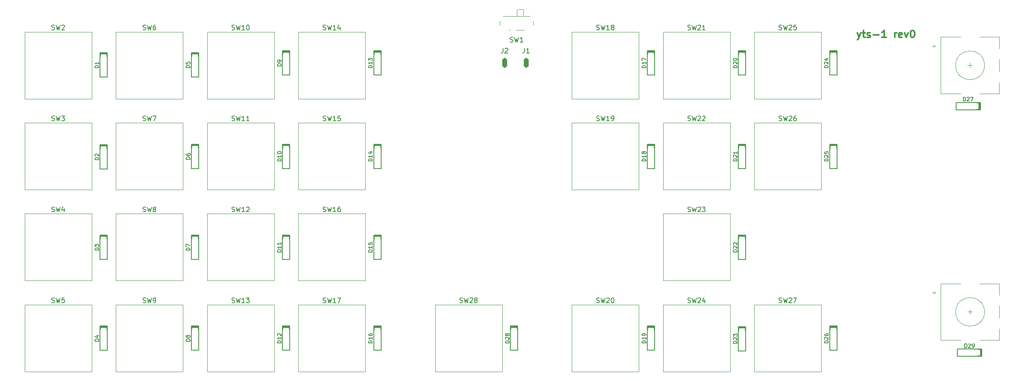
<source format=gto>
%TF.GenerationSoftware,KiCad,Pcbnew,(6.0.7-1)-1*%
%TF.CreationDate,2022-09-14T08:57:37+02:00*%
%TF.ProjectId,yts-pcb,7974732d-7063-4622-9e6b-696361645f70,rev?*%
%TF.SameCoordinates,Original*%
%TF.FileFunction,Legend,Top*%
%TF.FilePolarity,Positive*%
%FSLAX46Y46*%
G04 Gerber Fmt 4.6, Leading zero omitted, Abs format (unit mm)*
G04 Created by KiCad (PCBNEW (6.0.7-1)-1) date 2022-09-14 08:57:37*
%MOMM*%
%LPD*%
G01*
G04 APERTURE LIST*
G04 Aperture macros list*
%AMRoundRect*
0 Rectangle with rounded corners*
0 $1 Rounding radius*
0 $2 $3 $4 $5 $6 $7 $8 $9 X,Y pos of 4 corners*
0 Add a 4 corners polygon primitive as box body*
4,1,4,$2,$3,$4,$5,$6,$7,$8,$9,$2,$3,0*
0 Add four circle primitives for the rounded corners*
1,1,$1+$1,$2,$3*
1,1,$1+$1,$4,$5*
1,1,$1+$1,$6,$7*
1,1,$1+$1,$8,$9*
0 Add four rect primitives between the rounded corners*
20,1,$1+$1,$2,$3,$4,$5,0*
20,1,$1+$1,$4,$5,$6,$7,0*
20,1,$1+$1,$6,$7,$8,$9,0*
20,1,$1+$1,$8,$9,$2,$3,0*%
G04 Aperture macros list end*
%ADD10C,0.300000*%
%ADD11C,0.150000*%
%ADD12C,0.120000*%
%ADD13R,1.752600X1.752600*%
%ADD14C,1.752600*%
%ADD15C,1.700000*%
%ADD16C,4.000000*%
%ADD17C,2.200000*%
%ADD18O,3.200000X2.000000*%
%ADD19R,2.000000X2.000000*%
%ADD20C,2.000000*%
%ADD21RoundRect,0.250000X-0.250000X-0.750000X0.250000X-0.750000X0.250000X0.750000X-0.250000X0.750000X0*%
%ADD22R,1.000000X0.800000*%
%ADD23C,0.900000*%
%ADD24R,0.700000X1.500000*%
%ADD25R,1.600000X1.200000*%
%ADD26R,1.600000X1.600000*%
%ADD27C,1.600000*%
%ADD28R,1.200000X1.600000*%
G04 APERTURE END LIST*
D10*
X217000000Y-44678571D02*
X217357142Y-45678571D01*
X217714285Y-44678571D02*
X217357142Y-45678571D01*
X217214285Y-46035714D01*
X217142857Y-46107142D01*
X217000000Y-46178571D01*
X218071428Y-44678571D02*
X218642857Y-44678571D01*
X218285714Y-44178571D02*
X218285714Y-45464285D01*
X218357142Y-45607142D01*
X218500000Y-45678571D01*
X218642857Y-45678571D01*
X219071428Y-45607142D02*
X219214285Y-45678571D01*
X219500000Y-45678571D01*
X219642857Y-45607142D01*
X219714285Y-45464285D01*
X219714285Y-45392857D01*
X219642857Y-45250000D01*
X219500000Y-45178571D01*
X219285714Y-45178571D01*
X219142857Y-45107142D01*
X219071428Y-44964285D01*
X219071428Y-44892857D01*
X219142857Y-44750000D01*
X219285714Y-44678571D01*
X219500000Y-44678571D01*
X219642857Y-44750000D01*
X220357142Y-45107142D02*
X221500000Y-45107142D01*
X223000000Y-45678571D02*
X222142857Y-45678571D01*
X222571428Y-45678571D02*
X222571428Y-44178571D01*
X222428571Y-44392857D01*
X222285714Y-44535714D01*
X222142857Y-44607142D01*
X224785714Y-45678571D02*
X224785714Y-44678571D01*
X224785714Y-44964285D02*
X224857142Y-44821428D01*
X224928571Y-44750000D01*
X225071428Y-44678571D01*
X225214285Y-44678571D01*
X226285714Y-45607142D02*
X226142857Y-45678571D01*
X225857142Y-45678571D01*
X225714285Y-45607142D01*
X225642857Y-45464285D01*
X225642857Y-44892857D01*
X225714285Y-44750000D01*
X225857142Y-44678571D01*
X226142857Y-44678571D01*
X226285714Y-44750000D01*
X226357142Y-44892857D01*
X226357142Y-45035714D01*
X225642857Y-45178571D01*
X226857142Y-44678571D02*
X227214285Y-45678571D01*
X227571428Y-44678571D01*
X228428571Y-44178571D02*
X228571428Y-44178571D01*
X228714285Y-44250000D01*
X228785714Y-44321428D01*
X228857142Y-44464285D01*
X228928571Y-44750000D01*
X228928571Y-45107142D01*
X228857142Y-45392857D01*
X228785714Y-45535714D01*
X228714285Y-45607142D01*
X228571428Y-45678571D01*
X228428571Y-45678571D01*
X228285714Y-45607142D01*
X228214285Y-45535714D01*
X228142857Y-45392857D01*
X228071428Y-45107142D01*
X228071428Y-44750000D01*
X228142857Y-44464285D01*
X228214285Y-44321428D01*
X228285714Y-44250000D01*
X228428571Y-44178571D01*
D11*
%TO.C,SW11*%
X86690476Y-63030761D02*
X86833333Y-63078380D01*
X87071428Y-63078380D01*
X87166666Y-63030761D01*
X87214285Y-62983142D01*
X87261904Y-62887904D01*
X87261904Y-62792666D01*
X87214285Y-62697428D01*
X87166666Y-62649809D01*
X87071428Y-62602190D01*
X86880952Y-62554571D01*
X86785714Y-62506952D01*
X86738095Y-62459333D01*
X86690476Y-62364095D01*
X86690476Y-62268857D01*
X86738095Y-62173619D01*
X86785714Y-62126000D01*
X86880952Y-62078380D01*
X87119047Y-62078380D01*
X87261904Y-62126000D01*
X87595238Y-62078380D02*
X87833333Y-63078380D01*
X88023809Y-62364095D01*
X88214285Y-63078380D01*
X88452380Y-62078380D01*
X89357142Y-63078380D02*
X88785714Y-63078380D01*
X89071428Y-63078380D02*
X89071428Y-62078380D01*
X88976190Y-62221238D01*
X88880952Y-62316476D01*
X88785714Y-62364095D01*
X90309523Y-63078380D02*
X89738095Y-63078380D01*
X90023809Y-63078380D02*
X90023809Y-62078380D01*
X89928571Y-62221238D01*
X89833333Y-62316476D01*
X89738095Y-62364095D01*
%TO.C,SW3*%
X49166666Y-63030761D02*
X49309523Y-63078380D01*
X49547619Y-63078380D01*
X49642857Y-63030761D01*
X49690476Y-62983142D01*
X49738095Y-62887904D01*
X49738095Y-62792666D01*
X49690476Y-62697428D01*
X49642857Y-62649809D01*
X49547619Y-62602190D01*
X49357142Y-62554571D01*
X49261904Y-62506952D01*
X49214285Y-62459333D01*
X49166666Y-62364095D01*
X49166666Y-62268857D01*
X49214285Y-62173619D01*
X49261904Y-62126000D01*
X49357142Y-62078380D01*
X49595238Y-62078380D01*
X49738095Y-62126000D01*
X50071428Y-62078380D02*
X50309523Y-63078380D01*
X50500000Y-62364095D01*
X50690476Y-63078380D01*
X50928571Y-62078380D01*
X51214285Y-62078380D02*
X51833333Y-62078380D01*
X51500000Y-62459333D01*
X51642857Y-62459333D01*
X51738095Y-62506952D01*
X51785714Y-62554571D01*
X51833333Y-62649809D01*
X51833333Y-62887904D01*
X51785714Y-62983142D01*
X51738095Y-63030761D01*
X51642857Y-63078380D01*
X51357142Y-63078380D01*
X51261904Y-63030761D01*
X51214285Y-62983142D01*
%TO.C,SW6*%
X68166666Y-44030761D02*
X68309523Y-44078380D01*
X68547619Y-44078380D01*
X68642857Y-44030761D01*
X68690476Y-43983142D01*
X68738095Y-43887904D01*
X68738095Y-43792666D01*
X68690476Y-43697428D01*
X68642857Y-43649809D01*
X68547619Y-43602190D01*
X68357142Y-43554571D01*
X68261904Y-43506952D01*
X68214285Y-43459333D01*
X68166666Y-43364095D01*
X68166666Y-43268857D01*
X68214285Y-43173619D01*
X68261904Y-43126000D01*
X68357142Y-43078380D01*
X68595238Y-43078380D01*
X68738095Y-43126000D01*
X69071428Y-43078380D02*
X69309523Y-44078380D01*
X69500000Y-43364095D01*
X69690476Y-44078380D01*
X69928571Y-43078380D01*
X70738095Y-43078380D02*
X70547619Y-43078380D01*
X70452380Y-43126000D01*
X70404761Y-43173619D01*
X70309523Y-43316476D01*
X70261904Y-43506952D01*
X70261904Y-43887904D01*
X70309523Y-43983142D01*
X70357142Y-44030761D01*
X70452380Y-44078380D01*
X70642857Y-44078380D01*
X70738095Y-44030761D01*
X70785714Y-43983142D01*
X70833333Y-43887904D01*
X70833333Y-43649809D01*
X70785714Y-43554571D01*
X70738095Y-43506952D01*
X70642857Y-43459333D01*
X70452380Y-43459333D01*
X70357142Y-43506952D01*
X70309523Y-43554571D01*
X70261904Y-43649809D01*
%TO.C,SW14*%
X105690476Y-44030761D02*
X105833333Y-44078380D01*
X106071428Y-44078380D01*
X106166666Y-44030761D01*
X106214285Y-43983142D01*
X106261904Y-43887904D01*
X106261904Y-43792666D01*
X106214285Y-43697428D01*
X106166666Y-43649809D01*
X106071428Y-43602190D01*
X105880952Y-43554571D01*
X105785714Y-43506952D01*
X105738095Y-43459333D01*
X105690476Y-43364095D01*
X105690476Y-43268857D01*
X105738095Y-43173619D01*
X105785714Y-43126000D01*
X105880952Y-43078380D01*
X106119047Y-43078380D01*
X106261904Y-43126000D01*
X106595238Y-43078380D02*
X106833333Y-44078380D01*
X107023809Y-43364095D01*
X107214285Y-44078380D01*
X107452380Y-43078380D01*
X108357142Y-44078380D02*
X107785714Y-44078380D01*
X108071428Y-44078380D02*
X108071428Y-43078380D01*
X107976190Y-43221238D01*
X107880952Y-43316476D01*
X107785714Y-43364095D01*
X109214285Y-43411714D02*
X109214285Y-44078380D01*
X108976190Y-43030761D02*
X108738095Y-43745047D01*
X109357142Y-43745047D01*
%TO.C,SW17*%
X105690476Y-101030761D02*
X105833333Y-101078380D01*
X106071428Y-101078380D01*
X106166666Y-101030761D01*
X106214285Y-100983142D01*
X106261904Y-100887904D01*
X106261904Y-100792666D01*
X106214285Y-100697428D01*
X106166666Y-100649809D01*
X106071428Y-100602190D01*
X105880952Y-100554571D01*
X105785714Y-100506952D01*
X105738095Y-100459333D01*
X105690476Y-100364095D01*
X105690476Y-100268857D01*
X105738095Y-100173619D01*
X105785714Y-100126000D01*
X105880952Y-100078380D01*
X106119047Y-100078380D01*
X106261904Y-100126000D01*
X106595238Y-100078380D02*
X106833333Y-101078380D01*
X107023809Y-100364095D01*
X107214285Y-101078380D01*
X107452380Y-100078380D01*
X108357142Y-101078380D02*
X107785714Y-101078380D01*
X108071428Y-101078380D02*
X108071428Y-100078380D01*
X107976190Y-100221238D01*
X107880952Y-100316476D01*
X107785714Y-100364095D01*
X108690476Y-100078380D02*
X109357142Y-100078380D01*
X108928571Y-101078380D01*
%TO.C,SW13*%
X86690476Y-101030761D02*
X86833333Y-101078380D01*
X87071428Y-101078380D01*
X87166666Y-101030761D01*
X87214285Y-100983142D01*
X87261904Y-100887904D01*
X87261904Y-100792666D01*
X87214285Y-100697428D01*
X87166666Y-100649809D01*
X87071428Y-100602190D01*
X86880952Y-100554571D01*
X86785714Y-100506952D01*
X86738095Y-100459333D01*
X86690476Y-100364095D01*
X86690476Y-100268857D01*
X86738095Y-100173619D01*
X86785714Y-100126000D01*
X86880952Y-100078380D01*
X87119047Y-100078380D01*
X87261904Y-100126000D01*
X87595238Y-100078380D02*
X87833333Y-101078380D01*
X88023809Y-100364095D01*
X88214285Y-101078380D01*
X88452380Y-100078380D01*
X89357142Y-101078380D02*
X88785714Y-101078380D01*
X89071428Y-101078380D02*
X89071428Y-100078380D01*
X88976190Y-100221238D01*
X88880952Y-100316476D01*
X88785714Y-100364095D01*
X89690476Y-100078380D02*
X90309523Y-100078380D01*
X89976190Y-100459333D01*
X90119047Y-100459333D01*
X90214285Y-100506952D01*
X90261904Y-100554571D01*
X90309523Y-100649809D01*
X90309523Y-100887904D01*
X90261904Y-100983142D01*
X90214285Y-101030761D01*
X90119047Y-101078380D01*
X89833333Y-101078380D01*
X89738095Y-101030761D01*
X89690476Y-100983142D01*
%TO.C,SW12*%
X86690476Y-82030761D02*
X86833333Y-82078380D01*
X87071428Y-82078380D01*
X87166666Y-82030761D01*
X87214285Y-81983142D01*
X87261904Y-81887904D01*
X87261904Y-81792666D01*
X87214285Y-81697428D01*
X87166666Y-81649809D01*
X87071428Y-81602190D01*
X86880952Y-81554571D01*
X86785714Y-81506952D01*
X86738095Y-81459333D01*
X86690476Y-81364095D01*
X86690476Y-81268857D01*
X86738095Y-81173619D01*
X86785714Y-81126000D01*
X86880952Y-81078380D01*
X87119047Y-81078380D01*
X87261904Y-81126000D01*
X87595238Y-81078380D02*
X87833333Y-82078380D01*
X88023809Y-81364095D01*
X88214285Y-82078380D01*
X88452380Y-81078380D01*
X89357142Y-82078380D02*
X88785714Y-82078380D01*
X89071428Y-82078380D02*
X89071428Y-81078380D01*
X88976190Y-81221238D01*
X88880952Y-81316476D01*
X88785714Y-81364095D01*
X89738095Y-81173619D02*
X89785714Y-81126000D01*
X89880952Y-81078380D01*
X90119047Y-81078380D01*
X90214285Y-81126000D01*
X90261904Y-81173619D01*
X90309523Y-81268857D01*
X90309523Y-81364095D01*
X90261904Y-81506952D01*
X89690476Y-82078380D01*
X90309523Y-82078380D01*
%TO.C,SW10*%
X86690476Y-44030761D02*
X86833333Y-44078380D01*
X87071428Y-44078380D01*
X87166666Y-44030761D01*
X87214285Y-43983142D01*
X87261904Y-43887904D01*
X87261904Y-43792666D01*
X87214285Y-43697428D01*
X87166666Y-43649809D01*
X87071428Y-43602190D01*
X86880952Y-43554571D01*
X86785714Y-43506952D01*
X86738095Y-43459333D01*
X86690476Y-43364095D01*
X86690476Y-43268857D01*
X86738095Y-43173619D01*
X86785714Y-43126000D01*
X86880952Y-43078380D01*
X87119047Y-43078380D01*
X87261904Y-43126000D01*
X87595238Y-43078380D02*
X87833333Y-44078380D01*
X88023809Y-43364095D01*
X88214285Y-44078380D01*
X88452380Y-43078380D01*
X89357142Y-44078380D02*
X88785714Y-44078380D01*
X89071428Y-44078380D02*
X89071428Y-43078380D01*
X88976190Y-43221238D01*
X88880952Y-43316476D01*
X88785714Y-43364095D01*
X89976190Y-43078380D02*
X90071428Y-43078380D01*
X90166666Y-43126000D01*
X90214285Y-43173619D01*
X90261904Y-43268857D01*
X90309523Y-43459333D01*
X90309523Y-43697428D01*
X90261904Y-43887904D01*
X90214285Y-43983142D01*
X90166666Y-44030761D01*
X90071428Y-44078380D01*
X89976190Y-44078380D01*
X89880952Y-44030761D01*
X89833333Y-43983142D01*
X89785714Y-43887904D01*
X89738095Y-43697428D01*
X89738095Y-43459333D01*
X89785714Y-43268857D01*
X89833333Y-43173619D01*
X89880952Y-43126000D01*
X89976190Y-43078380D01*
%TO.C,SW5*%
X49166666Y-101030761D02*
X49309523Y-101078380D01*
X49547619Y-101078380D01*
X49642857Y-101030761D01*
X49690476Y-100983142D01*
X49738095Y-100887904D01*
X49738095Y-100792666D01*
X49690476Y-100697428D01*
X49642857Y-100649809D01*
X49547619Y-100602190D01*
X49357142Y-100554571D01*
X49261904Y-100506952D01*
X49214285Y-100459333D01*
X49166666Y-100364095D01*
X49166666Y-100268857D01*
X49214285Y-100173619D01*
X49261904Y-100126000D01*
X49357142Y-100078380D01*
X49595238Y-100078380D01*
X49738095Y-100126000D01*
X50071428Y-100078380D02*
X50309523Y-101078380D01*
X50500000Y-100364095D01*
X50690476Y-101078380D01*
X50928571Y-100078380D01*
X51785714Y-100078380D02*
X51309523Y-100078380D01*
X51261904Y-100554571D01*
X51309523Y-100506952D01*
X51404761Y-100459333D01*
X51642857Y-100459333D01*
X51738095Y-100506952D01*
X51785714Y-100554571D01*
X51833333Y-100649809D01*
X51833333Y-100887904D01*
X51785714Y-100983142D01*
X51738095Y-101030761D01*
X51642857Y-101078380D01*
X51404761Y-101078380D01*
X51309523Y-101030761D01*
X51261904Y-100983142D01*
%TO.C,SW15*%
X105690476Y-63030761D02*
X105833333Y-63078380D01*
X106071428Y-63078380D01*
X106166666Y-63030761D01*
X106214285Y-62983142D01*
X106261904Y-62887904D01*
X106261904Y-62792666D01*
X106214285Y-62697428D01*
X106166666Y-62649809D01*
X106071428Y-62602190D01*
X105880952Y-62554571D01*
X105785714Y-62506952D01*
X105738095Y-62459333D01*
X105690476Y-62364095D01*
X105690476Y-62268857D01*
X105738095Y-62173619D01*
X105785714Y-62126000D01*
X105880952Y-62078380D01*
X106119047Y-62078380D01*
X106261904Y-62126000D01*
X106595238Y-62078380D02*
X106833333Y-63078380D01*
X107023809Y-62364095D01*
X107214285Y-63078380D01*
X107452380Y-62078380D01*
X108357142Y-63078380D02*
X107785714Y-63078380D01*
X108071428Y-63078380D02*
X108071428Y-62078380D01*
X107976190Y-62221238D01*
X107880952Y-62316476D01*
X107785714Y-62364095D01*
X109261904Y-62078380D02*
X108785714Y-62078380D01*
X108738095Y-62554571D01*
X108785714Y-62506952D01*
X108880952Y-62459333D01*
X109119047Y-62459333D01*
X109214285Y-62506952D01*
X109261904Y-62554571D01*
X109309523Y-62649809D01*
X109309523Y-62887904D01*
X109261904Y-62983142D01*
X109214285Y-63030761D01*
X109119047Y-63078380D01*
X108880952Y-63078380D01*
X108785714Y-63030761D01*
X108738095Y-62983142D01*
%TO.C,SW16*%
X105690476Y-82030761D02*
X105833333Y-82078380D01*
X106071428Y-82078380D01*
X106166666Y-82030761D01*
X106214285Y-81983142D01*
X106261904Y-81887904D01*
X106261904Y-81792666D01*
X106214285Y-81697428D01*
X106166666Y-81649809D01*
X106071428Y-81602190D01*
X105880952Y-81554571D01*
X105785714Y-81506952D01*
X105738095Y-81459333D01*
X105690476Y-81364095D01*
X105690476Y-81268857D01*
X105738095Y-81173619D01*
X105785714Y-81126000D01*
X105880952Y-81078380D01*
X106119047Y-81078380D01*
X106261904Y-81126000D01*
X106595238Y-81078380D02*
X106833333Y-82078380D01*
X107023809Y-81364095D01*
X107214285Y-82078380D01*
X107452380Y-81078380D01*
X108357142Y-82078380D02*
X107785714Y-82078380D01*
X108071428Y-82078380D02*
X108071428Y-81078380D01*
X107976190Y-81221238D01*
X107880952Y-81316476D01*
X107785714Y-81364095D01*
X109214285Y-81078380D02*
X109023809Y-81078380D01*
X108928571Y-81126000D01*
X108880952Y-81173619D01*
X108785714Y-81316476D01*
X108738095Y-81506952D01*
X108738095Y-81887904D01*
X108785714Y-81983142D01*
X108833333Y-82030761D01*
X108928571Y-82078380D01*
X109119047Y-82078380D01*
X109214285Y-82030761D01*
X109261904Y-81983142D01*
X109309523Y-81887904D01*
X109309523Y-81649809D01*
X109261904Y-81554571D01*
X109214285Y-81506952D01*
X109119047Y-81459333D01*
X108928571Y-81459333D01*
X108833333Y-81506952D01*
X108785714Y-81554571D01*
X108738095Y-81649809D01*
%TO.C,SW8*%
X68166666Y-82030761D02*
X68309523Y-82078380D01*
X68547619Y-82078380D01*
X68642857Y-82030761D01*
X68690476Y-81983142D01*
X68738095Y-81887904D01*
X68738095Y-81792666D01*
X68690476Y-81697428D01*
X68642857Y-81649809D01*
X68547619Y-81602190D01*
X68357142Y-81554571D01*
X68261904Y-81506952D01*
X68214285Y-81459333D01*
X68166666Y-81364095D01*
X68166666Y-81268857D01*
X68214285Y-81173619D01*
X68261904Y-81126000D01*
X68357142Y-81078380D01*
X68595238Y-81078380D01*
X68738095Y-81126000D01*
X69071428Y-81078380D02*
X69309523Y-82078380D01*
X69500000Y-81364095D01*
X69690476Y-82078380D01*
X69928571Y-81078380D01*
X70452380Y-81506952D02*
X70357142Y-81459333D01*
X70309523Y-81411714D01*
X70261904Y-81316476D01*
X70261904Y-81268857D01*
X70309523Y-81173619D01*
X70357142Y-81126000D01*
X70452380Y-81078380D01*
X70642857Y-81078380D01*
X70738095Y-81126000D01*
X70785714Y-81173619D01*
X70833333Y-81268857D01*
X70833333Y-81316476D01*
X70785714Y-81411714D01*
X70738095Y-81459333D01*
X70642857Y-81506952D01*
X70452380Y-81506952D01*
X70357142Y-81554571D01*
X70309523Y-81602190D01*
X70261904Y-81697428D01*
X70261904Y-81887904D01*
X70309523Y-81983142D01*
X70357142Y-82030761D01*
X70452380Y-82078380D01*
X70642857Y-82078380D01*
X70738095Y-82030761D01*
X70785714Y-81983142D01*
X70833333Y-81887904D01*
X70833333Y-81697428D01*
X70785714Y-81602190D01*
X70738095Y-81554571D01*
X70642857Y-81506952D01*
%TO.C,SW27*%
X200690476Y-101030761D02*
X200833333Y-101078380D01*
X201071428Y-101078380D01*
X201166666Y-101030761D01*
X201214285Y-100983142D01*
X201261904Y-100887904D01*
X201261904Y-100792666D01*
X201214285Y-100697428D01*
X201166666Y-100649809D01*
X201071428Y-100602190D01*
X200880952Y-100554571D01*
X200785714Y-100506952D01*
X200738095Y-100459333D01*
X200690476Y-100364095D01*
X200690476Y-100268857D01*
X200738095Y-100173619D01*
X200785714Y-100126000D01*
X200880952Y-100078380D01*
X201119047Y-100078380D01*
X201261904Y-100126000D01*
X201595238Y-100078380D02*
X201833333Y-101078380D01*
X202023809Y-100364095D01*
X202214285Y-101078380D01*
X202452380Y-100078380D01*
X202785714Y-100173619D02*
X202833333Y-100126000D01*
X202928571Y-100078380D01*
X203166666Y-100078380D01*
X203261904Y-100126000D01*
X203309523Y-100173619D01*
X203357142Y-100268857D01*
X203357142Y-100364095D01*
X203309523Y-100506952D01*
X202738095Y-101078380D01*
X203357142Y-101078380D01*
X203690476Y-100078380D02*
X204357142Y-100078380D01*
X203928571Y-101078380D01*
%TO.C,SW18*%
X162690476Y-44030761D02*
X162833333Y-44078380D01*
X163071428Y-44078380D01*
X163166666Y-44030761D01*
X163214285Y-43983142D01*
X163261904Y-43887904D01*
X163261904Y-43792666D01*
X163214285Y-43697428D01*
X163166666Y-43649809D01*
X163071428Y-43602190D01*
X162880952Y-43554571D01*
X162785714Y-43506952D01*
X162738095Y-43459333D01*
X162690476Y-43364095D01*
X162690476Y-43268857D01*
X162738095Y-43173619D01*
X162785714Y-43126000D01*
X162880952Y-43078380D01*
X163119047Y-43078380D01*
X163261904Y-43126000D01*
X163595238Y-43078380D02*
X163833333Y-44078380D01*
X164023809Y-43364095D01*
X164214285Y-44078380D01*
X164452380Y-43078380D01*
X165357142Y-44078380D02*
X164785714Y-44078380D01*
X165071428Y-44078380D02*
X165071428Y-43078380D01*
X164976190Y-43221238D01*
X164880952Y-43316476D01*
X164785714Y-43364095D01*
X165928571Y-43506952D02*
X165833333Y-43459333D01*
X165785714Y-43411714D01*
X165738095Y-43316476D01*
X165738095Y-43268857D01*
X165785714Y-43173619D01*
X165833333Y-43126000D01*
X165928571Y-43078380D01*
X166119047Y-43078380D01*
X166214285Y-43126000D01*
X166261904Y-43173619D01*
X166309523Y-43268857D01*
X166309523Y-43316476D01*
X166261904Y-43411714D01*
X166214285Y-43459333D01*
X166119047Y-43506952D01*
X165928571Y-43506952D01*
X165833333Y-43554571D01*
X165785714Y-43602190D01*
X165738095Y-43697428D01*
X165738095Y-43887904D01*
X165785714Y-43983142D01*
X165833333Y-44030761D01*
X165928571Y-44078380D01*
X166119047Y-44078380D01*
X166214285Y-44030761D01*
X166261904Y-43983142D01*
X166309523Y-43887904D01*
X166309523Y-43697428D01*
X166261904Y-43602190D01*
X166214285Y-43554571D01*
X166119047Y-43506952D01*
%TO.C,SW4*%
X49166666Y-82030761D02*
X49309523Y-82078380D01*
X49547619Y-82078380D01*
X49642857Y-82030761D01*
X49690476Y-81983142D01*
X49738095Y-81887904D01*
X49738095Y-81792666D01*
X49690476Y-81697428D01*
X49642857Y-81649809D01*
X49547619Y-81602190D01*
X49357142Y-81554571D01*
X49261904Y-81506952D01*
X49214285Y-81459333D01*
X49166666Y-81364095D01*
X49166666Y-81268857D01*
X49214285Y-81173619D01*
X49261904Y-81126000D01*
X49357142Y-81078380D01*
X49595238Y-81078380D01*
X49738095Y-81126000D01*
X50071428Y-81078380D02*
X50309523Y-82078380D01*
X50500000Y-81364095D01*
X50690476Y-82078380D01*
X50928571Y-81078380D01*
X51738095Y-81411714D02*
X51738095Y-82078380D01*
X51500000Y-81030761D02*
X51261904Y-81745047D01*
X51880952Y-81745047D01*
%TO.C,J1*%
X147666666Y-47912380D02*
X147666666Y-48626666D01*
X147619047Y-48769523D01*
X147523809Y-48864761D01*
X147380952Y-48912380D01*
X147285714Y-48912380D01*
X148666666Y-48912380D02*
X148095238Y-48912380D01*
X148380952Y-48912380D02*
X148380952Y-47912380D01*
X148285714Y-48055238D01*
X148190476Y-48150476D01*
X148095238Y-48198095D01*
%TO.C,SW26*%
X200690476Y-63030761D02*
X200833333Y-63078380D01*
X201071428Y-63078380D01*
X201166666Y-63030761D01*
X201214285Y-62983142D01*
X201261904Y-62887904D01*
X201261904Y-62792666D01*
X201214285Y-62697428D01*
X201166666Y-62649809D01*
X201071428Y-62602190D01*
X200880952Y-62554571D01*
X200785714Y-62506952D01*
X200738095Y-62459333D01*
X200690476Y-62364095D01*
X200690476Y-62268857D01*
X200738095Y-62173619D01*
X200785714Y-62126000D01*
X200880952Y-62078380D01*
X201119047Y-62078380D01*
X201261904Y-62126000D01*
X201595238Y-62078380D02*
X201833333Y-63078380D01*
X202023809Y-62364095D01*
X202214285Y-63078380D01*
X202452380Y-62078380D01*
X202785714Y-62173619D02*
X202833333Y-62126000D01*
X202928571Y-62078380D01*
X203166666Y-62078380D01*
X203261904Y-62126000D01*
X203309523Y-62173619D01*
X203357142Y-62268857D01*
X203357142Y-62364095D01*
X203309523Y-62506952D01*
X202738095Y-63078380D01*
X203357142Y-63078380D01*
X204214285Y-62078380D02*
X204023809Y-62078380D01*
X203928571Y-62126000D01*
X203880952Y-62173619D01*
X203785714Y-62316476D01*
X203738095Y-62506952D01*
X203738095Y-62887904D01*
X203785714Y-62983142D01*
X203833333Y-63030761D01*
X203928571Y-63078380D01*
X204119047Y-63078380D01*
X204214285Y-63030761D01*
X204261904Y-62983142D01*
X204309523Y-62887904D01*
X204309523Y-62649809D01*
X204261904Y-62554571D01*
X204214285Y-62506952D01*
X204119047Y-62459333D01*
X203928571Y-62459333D01*
X203833333Y-62506952D01*
X203785714Y-62554571D01*
X203738095Y-62649809D01*
%TO.C,SW24*%
X181690476Y-101030761D02*
X181833333Y-101078380D01*
X182071428Y-101078380D01*
X182166666Y-101030761D01*
X182214285Y-100983142D01*
X182261904Y-100887904D01*
X182261904Y-100792666D01*
X182214285Y-100697428D01*
X182166666Y-100649809D01*
X182071428Y-100602190D01*
X181880952Y-100554571D01*
X181785714Y-100506952D01*
X181738095Y-100459333D01*
X181690476Y-100364095D01*
X181690476Y-100268857D01*
X181738095Y-100173619D01*
X181785714Y-100126000D01*
X181880952Y-100078380D01*
X182119047Y-100078380D01*
X182261904Y-100126000D01*
X182595238Y-100078380D02*
X182833333Y-101078380D01*
X183023809Y-100364095D01*
X183214285Y-101078380D01*
X183452380Y-100078380D01*
X183785714Y-100173619D02*
X183833333Y-100126000D01*
X183928571Y-100078380D01*
X184166666Y-100078380D01*
X184261904Y-100126000D01*
X184309523Y-100173619D01*
X184357142Y-100268857D01*
X184357142Y-100364095D01*
X184309523Y-100506952D01*
X183738095Y-101078380D01*
X184357142Y-101078380D01*
X185214285Y-100411714D02*
X185214285Y-101078380D01*
X184976190Y-100030761D02*
X184738095Y-100745047D01*
X185357142Y-100745047D01*
%TO.C,SW23*%
X181690476Y-82030761D02*
X181833333Y-82078380D01*
X182071428Y-82078380D01*
X182166666Y-82030761D01*
X182214285Y-81983142D01*
X182261904Y-81887904D01*
X182261904Y-81792666D01*
X182214285Y-81697428D01*
X182166666Y-81649809D01*
X182071428Y-81602190D01*
X181880952Y-81554571D01*
X181785714Y-81506952D01*
X181738095Y-81459333D01*
X181690476Y-81364095D01*
X181690476Y-81268857D01*
X181738095Y-81173619D01*
X181785714Y-81126000D01*
X181880952Y-81078380D01*
X182119047Y-81078380D01*
X182261904Y-81126000D01*
X182595238Y-81078380D02*
X182833333Y-82078380D01*
X183023809Y-81364095D01*
X183214285Y-82078380D01*
X183452380Y-81078380D01*
X183785714Y-81173619D02*
X183833333Y-81126000D01*
X183928571Y-81078380D01*
X184166666Y-81078380D01*
X184261904Y-81126000D01*
X184309523Y-81173619D01*
X184357142Y-81268857D01*
X184357142Y-81364095D01*
X184309523Y-81506952D01*
X183738095Y-82078380D01*
X184357142Y-82078380D01*
X184690476Y-81078380D02*
X185309523Y-81078380D01*
X184976190Y-81459333D01*
X185119047Y-81459333D01*
X185214285Y-81506952D01*
X185261904Y-81554571D01*
X185309523Y-81649809D01*
X185309523Y-81887904D01*
X185261904Y-81983142D01*
X185214285Y-82030761D01*
X185119047Y-82078380D01*
X184833333Y-82078380D01*
X184738095Y-82030761D01*
X184690476Y-81983142D01*
%TO.C,SW21*%
X181690476Y-44030761D02*
X181833333Y-44078380D01*
X182071428Y-44078380D01*
X182166666Y-44030761D01*
X182214285Y-43983142D01*
X182261904Y-43887904D01*
X182261904Y-43792666D01*
X182214285Y-43697428D01*
X182166666Y-43649809D01*
X182071428Y-43602190D01*
X181880952Y-43554571D01*
X181785714Y-43506952D01*
X181738095Y-43459333D01*
X181690476Y-43364095D01*
X181690476Y-43268857D01*
X181738095Y-43173619D01*
X181785714Y-43126000D01*
X181880952Y-43078380D01*
X182119047Y-43078380D01*
X182261904Y-43126000D01*
X182595238Y-43078380D02*
X182833333Y-44078380D01*
X183023809Y-43364095D01*
X183214285Y-44078380D01*
X183452380Y-43078380D01*
X183785714Y-43173619D02*
X183833333Y-43126000D01*
X183928571Y-43078380D01*
X184166666Y-43078380D01*
X184261904Y-43126000D01*
X184309523Y-43173619D01*
X184357142Y-43268857D01*
X184357142Y-43364095D01*
X184309523Y-43506952D01*
X183738095Y-44078380D01*
X184357142Y-44078380D01*
X185309523Y-44078380D02*
X184738095Y-44078380D01*
X185023809Y-44078380D02*
X185023809Y-43078380D01*
X184928571Y-43221238D01*
X184833333Y-43316476D01*
X184738095Y-43364095D01*
%TO.C,J2*%
X143166666Y-47912380D02*
X143166666Y-48626666D01*
X143119047Y-48769523D01*
X143023809Y-48864761D01*
X142880952Y-48912380D01*
X142785714Y-48912380D01*
X143595238Y-48007619D02*
X143642857Y-47960000D01*
X143738095Y-47912380D01*
X143976190Y-47912380D01*
X144071428Y-47960000D01*
X144119047Y-48007619D01*
X144166666Y-48102857D01*
X144166666Y-48198095D01*
X144119047Y-48340952D01*
X143547619Y-48912380D01*
X144166666Y-48912380D01*
%TO.C,SW25*%
X200690476Y-44030761D02*
X200833333Y-44078380D01*
X201071428Y-44078380D01*
X201166666Y-44030761D01*
X201214285Y-43983142D01*
X201261904Y-43887904D01*
X201261904Y-43792666D01*
X201214285Y-43697428D01*
X201166666Y-43649809D01*
X201071428Y-43602190D01*
X200880952Y-43554571D01*
X200785714Y-43506952D01*
X200738095Y-43459333D01*
X200690476Y-43364095D01*
X200690476Y-43268857D01*
X200738095Y-43173619D01*
X200785714Y-43126000D01*
X200880952Y-43078380D01*
X201119047Y-43078380D01*
X201261904Y-43126000D01*
X201595238Y-43078380D02*
X201833333Y-44078380D01*
X202023809Y-43364095D01*
X202214285Y-44078380D01*
X202452380Y-43078380D01*
X202785714Y-43173619D02*
X202833333Y-43126000D01*
X202928571Y-43078380D01*
X203166666Y-43078380D01*
X203261904Y-43126000D01*
X203309523Y-43173619D01*
X203357142Y-43268857D01*
X203357142Y-43364095D01*
X203309523Y-43506952D01*
X202738095Y-44078380D01*
X203357142Y-44078380D01*
X204261904Y-43078380D02*
X203785714Y-43078380D01*
X203738095Y-43554571D01*
X203785714Y-43506952D01*
X203880952Y-43459333D01*
X204119047Y-43459333D01*
X204214285Y-43506952D01*
X204261904Y-43554571D01*
X204309523Y-43649809D01*
X204309523Y-43887904D01*
X204261904Y-43983142D01*
X204214285Y-44030761D01*
X204119047Y-44078380D01*
X203880952Y-44078380D01*
X203785714Y-44030761D01*
X203738095Y-43983142D01*
%TO.C,SW28*%
X134190476Y-101030761D02*
X134333333Y-101078380D01*
X134571428Y-101078380D01*
X134666666Y-101030761D01*
X134714285Y-100983142D01*
X134761904Y-100887904D01*
X134761904Y-100792666D01*
X134714285Y-100697428D01*
X134666666Y-100649809D01*
X134571428Y-100602190D01*
X134380952Y-100554571D01*
X134285714Y-100506952D01*
X134238095Y-100459333D01*
X134190476Y-100364095D01*
X134190476Y-100268857D01*
X134238095Y-100173619D01*
X134285714Y-100126000D01*
X134380952Y-100078380D01*
X134619047Y-100078380D01*
X134761904Y-100126000D01*
X135095238Y-100078380D02*
X135333333Y-101078380D01*
X135523809Y-100364095D01*
X135714285Y-101078380D01*
X135952380Y-100078380D01*
X136285714Y-100173619D02*
X136333333Y-100126000D01*
X136428571Y-100078380D01*
X136666666Y-100078380D01*
X136761904Y-100126000D01*
X136809523Y-100173619D01*
X136857142Y-100268857D01*
X136857142Y-100364095D01*
X136809523Y-100506952D01*
X136238095Y-101078380D01*
X136857142Y-101078380D01*
X137428571Y-100506952D02*
X137333333Y-100459333D01*
X137285714Y-100411714D01*
X137238095Y-100316476D01*
X137238095Y-100268857D01*
X137285714Y-100173619D01*
X137333333Y-100126000D01*
X137428571Y-100078380D01*
X137619047Y-100078380D01*
X137714285Y-100126000D01*
X137761904Y-100173619D01*
X137809523Y-100268857D01*
X137809523Y-100316476D01*
X137761904Y-100411714D01*
X137714285Y-100459333D01*
X137619047Y-100506952D01*
X137428571Y-100506952D01*
X137333333Y-100554571D01*
X137285714Y-100602190D01*
X137238095Y-100697428D01*
X137238095Y-100887904D01*
X137285714Y-100983142D01*
X137333333Y-101030761D01*
X137428571Y-101078380D01*
X137619047Y-101078380D01*
X137714285Y-101030761D01*
X137761904Y-100983142D01*
X137809523Y-100887904D01*
X137809523Y-100697428D01*
X137761904Y-100602190D01*
X137714285Y-100554571D01*
X137619047Y-100506952D01*
%TO.C,SW9*%
X68166666Y-101030761D02*
X68309523Y-101078380D01*
X68547619Y-101078380D01*
X68642857Y-101030761D01*
X68690476Y-100983142D01*
X68738095Y-100887904D01*
X68738095Y-100792666D01*
X68690476Y-100697428D01*
X68642857Y-100649809D01*
X68547619Y-100602190D01*
X68357142Y-100554571D01*
X68261904Y-100506952D01*
X68214285Y-100459333D01*
X68166666Y-100364095D01*
X68166666Y-100268857D01*
X68214285Y-100173619D01*
X68261904Y-100126000D01*
X68357142Y-100078380D01*
X68595238Y-100078380D01*
X68738095Y-100126000D01*
X69071428Y-100078380D02*
X69309523Y-101078380D01*
X69500000Y-100364095D01*
X69690476Y-101078380D01*
X69928571Y-100078380D01*
X70357142Y-101078380D02*
X70547619Y-101078380D01*
X70642857Y-101030761D01*
X70690476Y-100983142D01*
X70785714Y-100840285D01*
X70833333Y-100649809D01*
X70833333Y-100268857D01*
X70785714Y-100173619D01*
X70738095Y-100126000D01*
X70642857Y-100078380D01*
X70452380Y-100078380D01*
X70357142Y-100126000D01*
X70309523Y-100173619D01*
X70261904Y-100268857D01*
X70261904Y-100506952D01*
X70309523Y-100602190D01*
X70357142Y-100649809D01*
X70452380Y-100697428D01*
X70642857Y-100697428D01*
X70738095Y-100649809D01*
X70785714Y-100602190D01*
X70833333Y-100506952D01*
%TO.C,SW7*%
X68166666Y-63030761D02*
X68309523Y-63078380D01*
X68547619Y-63078380D01*
X68642857Y-63030761D01*
X68690476Y-62983142D01*
X68738095Y-62887904D01*
X68738095Y-62792666D01*
X68690476Y-62697428D01*
X68642857Y-62649809D01*
X68547619Y-62602190D01*
X68357142Y-62554571D01*
X68261904Y-62506952D01*
X68214285Y-62459333D01*
X68166666Y-62364095D01*
X68166666Y-62268857D01*
X68214285Y-62173619D01*
X68261904Y-62126000D01*
X68357142Y-62078380D01*
X68595238Y-62078380D01*
X68738095Y-62126000D01*
X69071428Y-62078380D02*
X69309523Y-63078380D01*
X69500000Y-62364095D01*
X69690476Y-63078380D01*
X69928571Y-62078380D01*
X70214285Y-62078380D02*
X70880952Y-62078380D01*
X70452380Y-63078380D01*
%TO.C,SW19*%
X162690476Y-63030761D02*
X162833333Y-63078380D01*
X163071428Y-63078380D01*
X163166666Y-63030761D01*
X163214285Y-62983142D01*
X163261904Y-62887904D01*
X163261904Y-62792666D01*
X163214285Y-62697428D01*
X163166666Y-62649809D01*
X163071428Y-62602190D01*
X162880952Y-62554571D01*
X162785714Y-62506952D01*
X162738095Y-62459333D01*
X162690476Y-62364095D01*
X162690476Y-62268857D01*
X162738095Y-62173619D01*
X162785714Y-62126000D01*
X162880952Y-62078380D01*
X163119047Y-62078380D01*
X163261904Y-62126000D01*
X163595238Y-62078380D02*
X163833333Y-63078380D01*
X164023809Y-62364095D01*
X164214285Y-63078380D01*
X164452380Y-62078380D01*
X165357142Y-63078380D02*
X164785714Y-63078380D01*
X165071428Y-63078380D02*
X165071428Y-62078380D01*
X164976190Y-62221238D01*
X164880952Y-62316476D01*
X164785714Y-62364095D01*
X165833333Y-63078380D02*
X166023809Y-63078380D01*
X166119047Y-63030761D01*
X166166666Y-62983142D01*
X166261904Y-62840285D01*
X166309523Y-62649809D01*
X166309523Y-62268857D01*
X166261904Y-62173619D01*
X166214285Y-62126000D01*
X166119047Y-62078380D01*
X165928571Y-62078380D01*
X165833333Y-62126000D01*
X165785714Y-62173619D01*
X165738095Y-62268857D01*
X165738095Y-62506952D01*
X165785714Y-62602190D01*
X165833333Y-62649809D01*
X165928571Y-62697428D01*
X166119047Y-62697428D01*
X166214285Y-62649809D01*
X166261904Y-62602190D01*
X166309523Y-62506952D01*
%TO.C,SW2*%
X49166666Y-44030761D02*
X49309523Y-44078380D01*
X49547619Y-44078380D01*
X49642857Y-44030761D01*
X49690476Y-43983142D01*
X49738095Y-43887904D01*
X49738095Y-43792666D01*
X49690476Y-43697428D01*
X49642857Y-43649809D01*
X49547619Y-43602190D01*
X49357142Y-43554571D01*
X49261904Y-43506952D01*
X49214285Y-43459333D01*
X49166666Y-43364095D01*
X49166666Y-43268857D01*
X49214285Y-43173619D01*
X49261904Y-43126000D01*
X49357142Y-43078380D01*
X49595238Y-43078380D01*
X49738095Y-43126000D01*
X50071428Y-43078380D02*
X50309523Y-44078380D01*
X50500000Y-43364095D01*
X50690476Y-44078380D01*
X50928571Y-43078380D01*
X51261904Y-43173619D02*
X51309523Y-43126000D01*
X51404761Y-43078380D01*
X51642857Y-43078380D01*
X51738095Y-43126000D01*
X51785714Y-43173619D01*
X51833333Y-43268857D01*
X51833333Y-43364095D01*
X51785714Y-43506952D01*
X51214285Y-44078380D01*
X51833333Y-44078380D01*
%TO.C,SW22*%
X181690476Y-63030761D02*
X181833333Y-63078380D01*
X182071428Y-63078380D01*
X182166666Y-63030761D01*
X182214285Y-62983142D01*
X182261904Y-62887904D01*
X182261904Y-62792666D01*
X182214285Y-62697428D01*
X182166666Y-62649809D01*
X182071428Y-62602190D01*
X181880952Y-62554571D01*
X181785714Y-62506952D01*
X181738095Y-62459333D01*
X181690476Y-62364095D01*
X181690476Y-62268857D01*
X181738095Y-62173619D01*
X181785714Y-62126000D01*
X181880952Y-62078380D01*
X182119047Y-62078380D01*
X182261904Y-62126000D01*
X182595238Y-62078380D02*
X182833333Y-63078380D01*
X183023809Y-62364095D01*
X183214285Y-63078380D01*
X183452380Y-62078380D01*
X183785714Y-62173619D02*
X183833333Y-62126000D01*
X183928571Y-62078380D01*
X184166666Y-62078380D01*
X184261904Y-62126000D01*
X184309523Y-62173619D01*
X184357142Y-62268857D01*
X184357142Y-62364095D01*
X184309523Y-62506952D01*
X183738095Y-63078380D01*
X184357142Y-63078380D01*
X184738095Y-62173619D02*
X184785714Y-62126000D01*
X184880952Y-62078380D01*
X185119047Y-62078380D01*
X185214285Y-62126000D01*
X185261904Y-62173619D01*
X185309523Y-62268857D01*
X185309523Y-62364095D01*
X185261904Y-62506952D01*
X184690476Y-63078380D01*
X185309523Y-63078380D01*
%TO.C,SW1*%
X144666666Y-46604761D02*
X144809523Y-46652380D01*
X145047619Y-46652380D01*
X145142857Y-46604761D01*
X145190476Y-46557142D01*
X145238095Y-46461904D01*
X145238095Y-46366666D01*
X145190476Y-46271428D01*
X145142857Y-46223809D01*
X145047619Y-46176190D01*
X144857142Y-46128571D01*
X144761904Y-46080952D01*
X144714285Y-46033333D01*
X144666666Y-45938095D01*
X144666666Y-45842857D01*
X144714285Y-45747619D01*
X144761904Y-45700000D01*
X144857142Y-45652380D01*
X145095238Y-45652380D01*
X145238095Y-45700000D01*
X145571428Y-45652380D02*
X145809523Y-46652380D01*
X146000000Y-45938095D01*
X146190476Y-46652380D01*
X146428571Y-45652380D01*
X147333333Y-46652380D02*
X146761904Y-46652380D01*
X147047619Y-46652380D02*
X147047619Y-45652380D01*
X146952380Y-45795238D01*
X146857142Y-45890476D01*
X146761904Y-45938095D01*
%TO.C,SW20*%
X162690476Y-101030761D02*
X162833333Y-101078380D01*
X163071428Y-101078380D01*
X163166666Y-101030761D01*
X163214285Y-100983142D01*
X163261904Y-100887904D01*
X163261904Y-100792666D01*
X163214285Y-100697428D01*
X163166666Y-100649809D01*
X163071428Y-100602190D01*
X162880952Y-100554571D01*
X162785714Y-100506952D01*
X162738095Y-100459333D01*
X162690476Y-100364095D01*
X162690476Y-100268857D01*
X162738095Y-100173619D01*
X162785714Y-100126000D01*
X162880952Y-100078380D01*
X163119047Y-100078380D01*
X163261904Y-100126000D01*
X163595238Y-100078380D02*
X163833333Y-101078380D01*
X164023809Y-100364095D01*
X164214285Y-101078380D01*
X164452380Y-100078380D01*
X164785714Y-100173619D02*
X164833333Y-100126000D01*
X164928571Y-100078380D01*
X165166666Y-100078380D01*
X165261904Y-100126000D01*
X165309523Y-100173619D01*
X165357142Y-100268857D01*
X165357142Y-100364095D01*
X165309523Y-100506952D01*
X164738095Y-101078380D01*
X165357142Y-101078380D01*
X165976190Y-100078380D02*
X166071428Y-100078380D01*
X166166666Y-100126000D01*
X166214285Y-100173619D01*
X166261904Y-100268857D01*
X166309523Y-100459333D01*
X166309523Y-100697428D01*
X166261904Y-100887904D01*
X166214285Y-100983142D01*
X166166666Y-101030761D01*
X166071428Y-101078380D01*
X165976190Y-101078380D01*
X165880952Y-101030761D01*
X165833333Y-100983142D01*
X165785714Y-100887904D01*
X165738095Y-100697428D01*
X165738095Y-100459333D01*
X165785714Y-100268857D01*
X165833333Y-100173619D01*
X165880952Y-100126000D01*
X165976190Y-100078380D01*
%TO.C,D27*%
X239103171Y-58961904D02*
X239103171Y-58161904D01*
X239293647Y-58161904D01*
X239407933Y-58200000D01*
X239484123Y-58276190D01*
X239522219Y-58352380D01*
X239560314Y-58504761D01*
X239560314Y-58619047D01*
X239522219Y-58771428D01*
X239484123Y-58847619D01*
X239407933Y-58923809D01*
X239293647Y-58961904D01*
X239103171Y-58961904D01*
X239865076Y-58238095D02*
X239903171Y-58200000D01*
X239979361Y-58161904D01*
X240169838Y-58161904D01*
X240246028Y-58200000D01*
X240284123Y-58238095D01*
X240322219Y-58314285D01*
X240322219Y-58390476D01*
X240284123Y-58504761D01*
X239826980Y-58961904D01*
X240322219Y-58961904D01*
X240588885Y-58161904D02*
X241122219Y-58161904D01*
X240779361Y-58961904D01*
%TO.C,D19*%
X172961904Y-109496828D02*
X172161904Y-109496828D01*
X172161904Y-109306352D01*
X172200000Y-109192066D01*
X172276190Y-109115876D01*
X172352380Y-109077780D01*
X172504761Y-109039685D01*
X172619047Y-109039685D01*
X172771428Y-109077780D01*
X172847619Y-109115876D01*
X172923809Y-109192066D01*
X172961904Y-109306352D01*
X172961904Y-109496828D01*
X172961904Y-108277780D02*
X172961904Y-108734923D01*
X172961904Y-108506352D02*
X172161904Y-108506352D01*
X172276190Y-108582542D01*
X172352380Y-108658733D01*
X172390476Y-108734923D01*
X172961904Y-107896828D02*
X172961904Y-107744447D01*
X172923809Y-107668257D01*
X172885714Y-107630161D01*
X172771428Y-107553971D01*
X172619047Y-107515876D01*
X172314285Y-107515876D01*
X172238095Y-107553971D01*
X172200000Y-107592066D01*
X172161904Y-107668257D01*
X172161904Y-107820638D01*
X172200000Y-107896828D01*
X172238095Y-107934923D01*
X172314285Y-107973019D01*
X172504761Y-107973019D01*
X172580952Y-107934923D01*
X172619047Y-107896828D01*
X172657142Y-107820638D01*
X172657142Y-107668257D01*
X172619047Y-107592066D01*
X172580952Y-107553971D01*
X172504761Y-107515876D01*
%TO.C,D8*%
X77961904Y-109115876D02*
X77161904Y-109115876D01*
X77161904Y-108925400D01*
X77200000Y-108811114D01*
X77276190Y-108734923D01*
X77352380Y-108696828D01*
X77504761Y-108658733D01*
X77619047Y-108658733D01*
X77771428Y-108696828D01*
X77847619Y-108734923D01*
X77923809Y-108811114D01*
X77961904Y-108925400D01*
X77961904Y-109115876D01*
X77504761Y-108201590D02*
X77466666Y-108277780D01*
X77428571Y-108315876D01*
X77352380Y-108353971D01*
X77314285Y-108353971D01*
X77238095Y-108315876D01*
X77200000Y-108277780D01*
X77161904Y-108201590D01*
X77161904Y-108049209D01*
X77200000Y-107973019D01*
X77238095Y-107934923D01*
X77314285Y-107896828D01*
X77352380Y-107896828D01*
X77428571Y-107934923D01*
X77466666Y-107973019D01*
X77504761Y-108049209D01*
X77504761Y-108201590D01*
X77542857Y-108277780D01*
X77580952Y-108315876D01*
X77657142Y-108353971D01*
X77809523Y-108353971D01*
X77885714Y-108315876D01*
X77923809Y-108277780D01*
X77961904Y-108201590D01*
X77961904Y-108049209D01*
X77923809Y-107973019D01*
X77885714Y-107934923D01*
X77809523Y-107896828D01*
X77657142Y-107896828D01*
X77580952Y-107934923D01*
X77542857Y-107973019D01*
X77504761Y-108049209D01*
%TO.C,D15*%
X115961904Y-90496828D02*
X115161904Y-90496828D01*
X115161904Y-90306352D01*
X115200000Y-90192066D01*
X115276190Y-90115876D01*
X115352380Y-90077780D01*
X115504761Y-90039685D01*
X115619047Y-90039685D01*
X115771428Y-90077780D01*
X115847619Y-90115876D01*
X115923809Y-90192066D01*
X115961904Y-90306352D01*
X115961904Y-90496828D01*
X115961904Y-89277780D02*
X115961904Y-89734923D01*
X115961904Y-89506352D02*
X115161904Y-89506352D01*
X115276190Y-89582542D01*
X115352380Y-89658733D01*
X115390476Y-89734923D01*
X115161904Y-88553971D02*
X115161904Y-88934923D01*
X115542857Y-88973019D01*
X115504761Y-88934923D01*
X115466666Y-88858733D01*
X115466666Y-88668257D01*
X115504761Y-88592066D01*
X115542857Y-88553971D01*
X115619047Y-88515876D01*
X115809523Y-88515876D01*
X115885714Y-88553971D01*
X115923809Y-88592066D01*
X115961904Y-88668257D01*
X115961904Y-88858733D01*
X115923809Y-88934923D01*
X115885714Y-88973019D01*
%TO.C,D1*%
X58961904Y-52015876D02*
X58161904Y-52015876D01*
X58161904Y-51825400D01*
X58200000Y-51711114D01*
X58276190Y-51634923D01*
X58352380Y-51596828D01*
X58504761Y-51558733D01*
X58619047Y-51558733D01*
X58771428Y-51596828D01*
X58847619Y-51634923D01*
X58923809Y-51711114D01*
X58961904Y-51825400D01*
X58961904Y-52015876D01*
X58961904Y-50796828D02*
X58961904Y-51253971D01*
X58961904Y-51025400D02*
X58161904Y-51025400D01*
X58276190Y-51101590D01*
X58352380Y-51177780D01*
X58390476Y-51253971D01*
%TO.C,D11*%
X96961904Y-90496828D02*
X96161904Y-90496828D01*
X96161904Y-90306352D01*
X96200000Y-90192066D01*
X96276190Y-90115876D01*
X96352380Y-90077780D01*
X96504761Y-90039685D01*
X96619047Y-90039685D01*
X96771428Y-90077780D01*
X96847619Y-90115876D01*
X96923809Y-90192066D01*
X96961904Y-90306352D01*
X96961904Y-90496828D01*
X96961904Y-89277780D02*
X96961904Y-89734923D01*
X96961904Y-89506352D02*
X96161904Y-89506352D01*
X96276190Y-89582542D01*
X96352380Y-89658733D01*
X96390476Y-89734923D01*
X96961904Y-88515876D02*
X96961904Y-88973019D01*
X96961904Y-88744447D02*
X96161904Y-88744447D01*
X96276190Y-88820638D01*
X96352380Y-88896828D01*
X96390476Y-88973019D01*
%TO.C,D25*%
X210961904Y-71496828D02*
X210161904Y-71496828D01*
X210161904Y-71306352D01*
X210200000Y-71192066D01*
X210276190Y-71115876D01*
X210352380Y-71077780D01*
X210504761Y-71039685D01*
X210619047Y-71039685D01*
X210771428Y-71077780D01*
X210847619Y-71115876D01*
X210923809Y-71192066D01*
X210961904Y-71306352D01*
X210961904Y-71496828D01*
X210238095Y-70734923D02*
X210200000Y-70696828D01*
X210161904Y-70620638D01*
X210161904Y-70430161D01*
X210200000Y-70353971D01*
X210238095Y-70315876D01*
X210314285Y-70277780D01*
X210390476Y-70277780D01*
X210504761Y-70315876D01*
X210961904Y-70773019D01*
X210961904Y-70277780D01*
X210161904Y-69553971D02*
X210161904Y-69934923D01*
X210542857Y-69973019D01*
X210504761Y-69934923D01*
X210466666Y-69858733D01*
X210466666Y-69668257D01*
X210504761Y-69592066D01*
X210542857Y-69553971D01*
X210619047Y-69515876D01*
X210809523Y-69515876D01*
X210885714Y-69553971D01*
X210923809Y-69592066D01*
X210961904Y-69668257D01*
X210961904Y-69858733D01*
X210923809Y-69934923D01*
X210885714Y-69973019D01*
%TO.C,D3*%
X58961904Y-90115876D02*
X58161904Y-90115876D01*
X58161904Y-89925400D01*
X58200000Y-89811114D01*
X58276190Y-89734923D01*
X58352380Y-89696828D01*
X58504761Y-89658733D01*
X58619047Y-89658733D01*
X58771428Y-89696828D01*
X58847619Y-89734923D01*
X58923809Y-89811114D01*
X58961904Y-89925400D01*
X58961904Y-90115876D01*
X58161904Y-89392066D02*
X58161904Y-88896828D01*
X58466666Y-89163495D01*
X58466666Y-89049209D01*
X58504761Y-88973019D01*
X58542857Y-88934923D01*
X58619047Y-88896828D01*
X58809523Y-88896828D01*
X58885714Y-88934923D01*
X58923809Y-88973019D01*
X58961904Y-89049209D01*
X58961904Y-89277780D01*
X58923809Y-89353971D01*
X58885714Y-89392066D01*
%TO.C,D17*%
X172961904Y-51996828D02*
X172161904Y-51996828D01*
X172161904Y-51806352D01*
X172200000Y-51692066D01*
X172276190Y-51615876D01*
X172352380Y-51577780D01*
X172504761Y-51539685D01*
X172619047Y-51539685D01*
X172771428Y-51577780D01*
X172847619Y-51615876D01*
X172923809Y-51692066D01*
X172961904Y-51806352D01*
X172961904Y-51996828D01*
X172961904Y-50777780D02*
X172961904Y-51234923D01*
X172961904Y-51006352D02*
X172161904Y-51006352D01*
X172276190Y-51082542D01*
X172352380Y-51158733D01*
X172390476Y-51234923D01*
X172161904Y-50511114D02*
X172161904Y-49977780D01*
X172961904Y-50320638D01*
%TO.C,D13*%
X115961904Y-51996828D02*
X115161904Y-51996828D01*
X115161904Y-51806352D01*
X115200000Y-51692066D01*
X115276190Y-51615876D01*
X115352380Y-51577780D01*
X115504761Y-51539685D01*
X115619047Y-51539685D01*
X115771428Y-51577780D01*
X115847619Y-51615876D01*
X115923809Y-51692066D01*
X115961904Y-51806352D01*
X115961904Y-51996828D01*
X115961904Y-50777780D02*
X115961904Y-51234923D01*
X115961904Y-51006352D02*
X115161904Y-51006352D01*
X115276190Y-51082542D01*
X115352380Y-51158733D01*
X115390476Y-51234923D01*
X115161904Y-50511114D02*
X115161904Y-50015876D01*
X115466666Y-50282542D01*
X115466666Y-50168257D01*
X115504761Y-50092066D01*
X115542857Y-50053971D01*
X115619047Y-50015876D01*
X115809523Y-50015876D01*
X115885714Y-50053971D01*
X115923809Y-50092066D01*
X115961904Y-50168257D01*
X115961904Y-50396828D01*
X115923809Y-50473019D01*
X115885714Y-50511114D01*
%TO.C,D29*%
X239403171Y-110461904D02*
X239403171Y-109661904D01*
X239593647Y-109661904D01*
X239707933Y-109700000D01*
X239784123Y-109776190D01*
X239822219Y-109852380D01*
X239860314Y-110004761D01*
X239860314Y-110119047D01*
X239822219Y-110271428D01*
X239784123Y-110347619D01*
X239707933Y-110423809D01*
X239593647Y-110461904D01*
X239403171Y-110461904D01*
X240165076Y-109738095D02*
X240203171Y-109700000D01*
X240279361Y-109661904D01*
X240469838Y-109661904D01*
X240546028Y-109700000D01*
X240584123Y-109738095D01*
X240622219Y-109814285D01*
X240622219Y-109890476D01*
X240584123Y-110004761D01*
X240126980Y-110461904D01*
X240622219Y-110461904D01*
X241003171Y-110461904D02*
X241155552Y-110461904D01*
X241231742Y-110423809D01*
X241269838Y-110385714D01*
X241346028Y-110271428D01*
X241384123Y-110119047D01*
X241384123Y-109814285D01*
X241346028Y-109738095D01*
X241307933Y-109700000D01*
X241231742Y-109661904D01*
X241079361Y-109661904D01*
X241003171Y-109700000D01*
X240965076Y-109738095D01*
X240926980Y-109814285D01*
X240926980Y-110004761D01*
X240965076Y-110080952D01*
X241003171Y-110119047D01*
X241079361Y-110157142D01*
X241231742Y-110157142D01*
X241307933Y-110119047D01*
X241346028Y-110080952D01*
X241384123Y-110004761D01*
%TO.C,D22*%
X191961904Y-90496828D02*
X191161904Y-90496828D01*
X191161904Y-90306352D01*
X191200000Y-90192066D01*
X191276190Y-90115876D01*
X191352380Y-90077780D01*
X191504761Y-90039685D01*
X191619047Y-90039685D01*
X191771428Y-90077780D01*
X191847619Y-90115876D01*
X191923809Y-90192066D01*
X191961904Y-90306352D01*
X191961904Y-90496828D01*
X191238095Y-89734923D02*
X191200000Y-89696828D01*
X191161904Y-89620638D01*
X191161904Y-89430161D01*
X191200000Y-89353971D01*
X191238095Y-89315876D01*
X191314285Y-89277780D01*
X191390476Y-89277780D01*
X191504761Y-89315876D01*
X191961904Y-89773019D01*
X191961904Y-89277780D01*
X191238095Y-88973019D02*
X191200000Y-88934923D01*
X191161904Y-88858733D01*
X191161904Y-88668257D01*
X191200000Y-88592066D01*
X191238095Y-88553971D01*
X191314285Y-88515876D01*
X191390476Y-88515876D01*
X191504761Y-88553971D01*
X191961904Y-89011114D01*
X191961904Y-88515876D01*
%TO.C,D6*%
X77961904Y-71115876D02*
X77161904Y-71115876D01*
X77161904Y-70925400D01*
X77200000Y-70811114D01*
X77276190Y-70734923D01*
X77352380Y-70696828D01*
X77504761Y-70658733D01*
X77619047Y-70658733D01*
X77771428Y-70696828D01*
X77847619Y-70734923D01*
X77923809Y-70811114D01*
X77961904Y-70925400D01*
X77961904Y-71115876D01*
X77161904Y-69973019D02*
X77161904Y-70125400D01*
X77200000Y-70201590D01*
X77238095Y-70239685D01*
X77352380Y-70315876D01*
X77504761Y-70353971D01*
X77809523Y-70353971D01*
X77885714Y-70315876D01*
X77923809Y-70277780D01*
X77961904Y-70201590D01*
X77961904Y-70049209D01*
X77923809Y-69973019D01*
X77885714Y-69934923D01*
X77809523Y-69896828D01*
X77619047Y-69896828D01*
X77542857Y-69934923D01*
X77504761Y-69973019D01*
X77466666Y-70049209D01*
X77466666Y-70201590D01*
X77504761Y-70277780D01*
X77542857Y-70315876D01*
X77619047Y-70353971D01*
%TO.C,D12*%
X96961904Y-109496828D02*
X96161904Y-109496828D01*
X96161904Y-109306352D01*
X96200000Y-109192066D01*
X96276190Y-109115876D01*
X96352380Y-109077780D01*
X96504761Y-109039685D01*
X96619047Y-109039685D01*
X96771428Y-109077780D01*
X96847619Y-109115876D01*
X96923809Y-109192066D01*
X96961904Y-109306352D01*
X96961904Y-109496828D01*
X96961904Y-108277780D02*
X96961904Y-108734923D01*
X96961904Y-108506352D02*
X96161904Y-108506352D01*
X96276190Y-108582542D01*
X96352380Y-108658733D01*
X96390476Y-108734923D01*
X96238095Y-107973019D02*
X96200000Y-107934923D01*
X96161904Y-107858733D01*
X96161904Y-107668257D01*
X96200000Y-107592066D01*
X96238095Y-107553971D01*
X96314285Y-107515876D01*
X96390476Y-107515876D01*
X96504761Y-107553971D01*
X96961904Y-108011114D01*
X96961904Y-107515876D01*
%TO.C,D4*%
X58961904Y-109115876D02*
X58161904Y-109115876D01*
X58161904Y-108925400D01*
X58200000Y-108811114D01*
X58276190Y-108734923D01*
X58352380Y-108696828D01*
X58504761Y-108658733D01*
X58619047Y-108658733D01*
X58771428Y-108696828D01*
X58847619Y-108734923D01*
X58923809Y-108811114D01*
X58961904Y-108925400D01*
X58961904Y-109115876D01*
X58428571Y-107973019D02*
X58961904Y-107973019D01*
X58123809Y-108163495D02*
X58695238Y-108353971D01*
X58695238Y-107858733D01*
%TO.C,D26*%
X210961904Y-109496828D02*
X210161904Y-109496828D01*
X210161904Y-109306352D01*
X210200000Y-109192066D01*
X210276190Y-109115876D01*
X210352380Y-109077780D01*
X210504761Y-109039685D01*
X210619047Y-109039685D01*
X210771428Y-109077780D01*
X210847619Y-109115876D01*
X210923809Y-109192066D01*
X210961904Y-109306352D01*
X210961904Y-109496828D01*
X210238095Y-108734923D02*
X210200000Y-108696828D01*
X210161904Y-108620638D01*
X210161904Y-108430161D01*
X210200000Y-108353971D01*
X210238095Y-108315876D01*
X210314285Y-108277780D01*
X210390476Y-108277780D01*
X210504761Y-108315876D01*
X210961904Y-108773019D01*
X210961904Y-108277780D01*
X210161904Y-107592066D02*
X210161904Y-107744447D01*
X210200000Y-107820638D01*
X210238095Y-107858733D01*
X210352380Y-107934923D01*
X210504761Y-107973019D01*
X210809523Y-107973019D01*
X210885714Y-107934923D01*
X210923809Y-107896828D01*
X210961904Y-107820638D01*
X210961904Y-107668257D01*
X210923809Y-107592066D01*
X210885714Y-107553971D01*
X210809523Y-107515876D01*
X210619047Y-107515876D01*
X210542857Y-107553971D01*
X210504761Y-107592066D01*
X210466666Y-107668257D01*
X210466666Y-107820638D01*
X210504761Y-107896828D01*
X210542857Y-107934923D01*
X210619047Y-107973019D01*
%TO.C,D16*%
X115961904Y-109496828D02*
X115161904Y-109496828D01*
X115161904Y-109306352D01*
X115200000Y-109192066D01*
X115276190Y-109115876D01*
X115352380Y-109077780D01*
X115504761Y-109039685D01*
X115619047Y-109039685D01*
X115771428Y-109077780D01*
X115847619Y-109115876D01*
X115923809Y-109192066D01*
X115961904Y-109306352D01*
X115961904Y-109496828D01*
X115961904Y-108277780D02*
X115961904Y-108734923D01*
X115961904Y-108506352D02*
X115161904Y-108506352D01*
X115276190Y-108582542D01*
X115352380Y-108658733D01*
X115390476Y-108734923D01*
X115161904Y-107592066D02*
X115161904Y-107744447D01*
X115200000Y-107820638D01*
X115238095Y-107858733D01*
X115352380Y-107934923D01*
X115504761Y-107973019D01*
X115809523Y-107973019D01*
X115885714Y-107934923D01*
X115923809Y-107896828D01*
X115961904Y-107820638D01*
X115961904Y-107668257D01*
X115923809Y-107592066D01*
X115885714Y-107553971D01*
X115809523Y-107515876D01*
X115619047Y-107515876D01*
X115542857Y-107553971D01*
X115504761Y-107592066D01*
X115466666Y-107668257D01*
X115466666Y-107820638D01*
X115504761Y-107896828D01*
X115542857Y-107934923D01*
X115619047Y-107973019D01*
%TO.C,D7*%
X77961904Y-90115876D02*
X77161904Y-90115876D01*
X77161904Y-89925400D01*
X77200000Y-89811114D01*
X77276190Y-89734923D01*
X77352380Y-89696828D01*
X77504761Y-89658733D01*
X77619047Y-89658733D01*
X77771428Y-89696828D01*
X77847619Y-89734923D01*
X77923809Y-89811114D01*
X77961904Y-89925400D01*
X77961904Y-90115876D01*
X77161904Y-89392066D02*
X77161904Y-88858733D01*
X77961904Y-89201590D01*
%TO.C,D20*%
X191961904Y-51996828D02*
X191161904Y-51996828D01*
X191161904Y-51806352D01*
X191200000Y-51692066D01*
X191276190Y-51615876D01*
X191352380Y-51577780D01*
X191504761Y-51539685D01*
X191619047Y-51539685D01*
X191771428Y-51577780D01*
X191847619Y-51615876D01*
X191923809Y-51692066D01*
X191961904Y-51806352D01*
X191961904Y-51996828D01*
X191238095Y-51234923D02*
X191200000Y-51196828D01*
X191161904Y-51120638D01*
X191161904Y-50930161D01*
X191200000Y-50853971D01*
X191238095Y-50815876D01*
X191314285Y-50777780D01*
X191390476Y-50777780D01*
X191504761Y-50815876D01*
X191961904Y-51273019D01*
X191961904Y-50777780D01*
X191161904Y-50282542D02*
X191161904Y-50206352D01*
X191200000Y-50130161D01*
X191238095Y-50092066D01*
X191314285Y-50053971D01*
X191466666Y-50015876D01*
X191657142Y-50015876D01*
X191809523Y-50053971D01*
X191885714Y-50092066D01*
X191923809Y-50130161D01*
X191961904Y-50206352D01*
X191961904Y-50282542D01*
X191923809Y-50358733D01*
X191885714Y-50396828D01*
X191809523Y-50434923D01*
X191657142Y-50473019D01*
X191466666Y-50473019D01*
X191314285Y-50434923D01*
X191238095Y-50396828D01*
X191200000Y-50358733D01*
X191161904Y-50282542D01*
%TO.C,D18*%
X172961904Y-71496828D02*
X172161904Y-71496828D01*
X172161904Y-71306352D01*
X172200000Y-71192066D01*
X172276190Y-71115876D01*
X172352380Y-71077780D01*
X172504761Y-71039685D01*
X172619047Y-71039685D01*
X172771428Y-71077780D01*
X172847619Y-71115876D01*
X172923809Y-71192066D01*
X172961904Y-71306352D01*
X172961904Y-71496828D01*
X172961904Y-70277780D02*
X172961904Y-70734923D01*
X172961904Y-70506352D02*
X172161904Y-70506352D01*
X172276190Y-70582542D01*
X172352380Y-70658733D01*
X172390476Y-70734923D01*
X172504761Y-69820638D02*
X172466666Y-69896828D01*
X172428571Y-69934923D01*
X172352380Y-69973019D01*
X172314285Y-69973019D01*
X172238095Y-69934923D01*
X172200000Y-69896828D01*
X172161904Y-69820638D01*
X172161904Y-69668257D01*
X172200000Y-69592066D01*
X172238095Y-69553971D01*
X172314285Y-69515876D01*
X172352380Y-69515876D01*
X172428571Y-69553971D01*
X172466666Y-69592066D01*
X172504761Y-69668257D01*
X172504761Y-69820638D01*
X172542857Y-69896828D01*
X172580952Y-69934923D01*
X172657142Y-69973019D01*
X172809523Y-69973019D01*
X172885714Y-69934923D01*
X172923809Y-69896828D01*
X172961904Y-69820638D01*
X172961904Y-69668257D01*
X172923809Y-69592066D01*
X172885714Y-69553971D01*
X172809523Y-69515876D01*
X172657142Y-69515876D01*
X172580952Y-69553971D01*
X172542857Y-69592066D01*
X172504761Y-69668257D01*
%TO.C,D2*%
X58961904Y-71215876D02*
X58161904Y-71215876D01*
X58161904Y-71025400D01*
X58200000Y-70911114D01*
X58276190Y-70834923D01*
X58352380Y-70796828D01*
X58504761Y-70758733D01*
X58619047Y-70758733D01*
X58771428Y-70796828D01*
X58847619Y-70834923D01*
X58923809Y-70911114D01*
X58961904Y-71025400D01*
X58961904Y-71215876D01*
X58238095Y-70453971D02*
X58200000Y-70415876D01*
X58161904Y-70339685D01*
X58161904Y-70149209D01*
X58200000Y-70073019D01*
X58238095Y-70034923D01*
X58314285Y-69996828D01*
X58390476Y-69996828D01*
X58504761Y-70034923D01*
X58961904Y-70492066D01*
X58961904Y-69996828D01*
%TO.C,D9*%
X96961904Y-51615876D02*
X96161904Y-51615876D01*
X96161904Y-51425400D01*
X96200000Y-51311114D01*
X96276190Y-51234923D01*
X96352380Y-51196828D01*
X96504761Y-51158733D01*
X96619047Y-51158733D01*
X96771428Y-51196828D01*
X96847619Y-51234923D01*
X96923809Y-51311114D01*
X96961904Y-51425400D01*
X96961904Y-51615876D01*
X96961904Y-50777780D02*
X96961904Y-50625400D01*
X96923809Y-50549209D01*
X96885714Y-50511114D01*
X96771428Y-50434923D01*
X96619047Y-50396828D01*
X96314285Y-50396828D01*
X96238095Y-50434923D01*
X96200000Y-50473019D01*
X96161904Y-50549209D01*
X96161904Y-50701590D01*
X96200000Y-50777780D01*
X96238095Y-50815876D01*
X96314285Y-50853971D01*
X96504761Y-50853971D01*
X96580952Y-50815876D01*
X96619047Y-50777780D01*
X96657142Y-50701590D01*
X96657142Y-50549209D01*
X96619047Y-50473019D01*
X96580952Y-50434923D01*
X96504761Y-50396828D01*
%TO.C,D24*%
X210961904Y-51996828D02*
X210161904Y-51996828D01*
X210161904Y-51806352D01*
X210200000Y-51692066D01*
X210276190Y-51615876D01*
X210352380Y-51577780D01*
X210504761Y-51539685D01*
X210619047Y-51539685D01*
X210771428Y-51577780D01*
X210847619Y-51615876D01*
X210923809Y-51692066D01*
X210961904Y-51806352D01*
X210961904Y-51996828D01*
X210238095Y-51234923D02*
X210200000Y-51196828D01*
X210161904Y-51120638D01*
X210161904Y-50930161D01*
X210200000Y-50853971D01*
X210238095Y-50815876D01*
X210314285Y-50777780D01*
X210390476Y-50777780D01*
X210504761Y-50815876D01*
X210961904Y-51273019D01*
X210961904Y-50777780D01*
X210428571Y-50092066D02*
X210961904Y-50092066D01*
X210123809Y-50282542D02*
X210695238Y-50473019D01*
X210695238Y-49977780D01*
%TO.C,D28*%
X144461904Y-109496828D02*
X143661904Y-109496828D01*
X143661904Y-109306352D01*
X143700000Y-109192066D01*
X143776190Y-109115876D01*
X143852380Y-109077780D01*
X144004761Y-109039685D01*
X144119047Y-109039685D01*
X144271428Y-109077780D01*
X144347619Y-109115876D01*
X144423809Y-109192066D01*
X144461904Y-109306352D01*
X144461904Y-109496828D01*
X143738095Y-108734923D02*
X143700000Y-108696828D01*
X143661904Y-108620638D01*
X143661904Y-108430161D01*
X143700000Y-108353971D01*
X143738095Y-108315876D01*
X143814285Y-108277780D01*
X143890476Y-108277780D01*
X144004761Y-108315876D01*
X144461904Y-108773019D01*
X144461904Y-108277780D01*
X144004761Y-107820638D02*
X143966666Y-107896828D01*
X143928571Y-107934923D01*
X143852380Y-107973019D01*
X143814285Y-107973019D01*
X143738095Y-107934923D01*
X143700000Y-107896828D01*
X143661904Y-107820638D01*
X143661904Y-107668257D01*
X143700000Y-107592066D01*
X143738095Y-107553971D01*
X143814285Y-107515876D01*
X143852380Y-107515876D01*
X143928571Y-107553971D01*
X143966666Y-107592066D01*
X144004761Y-107668257D01*
X144004761Y-107820638D01*
X144042857Y-107896828D01*
X144080952Y-107934923D01*
X144157142Y-107973019D01*
X144309523Y-107973019D01*
X144385714Y-107934923D01*
X144423809Y-107896828D01*
X144461904Y-107820638D01*
X144461904Y-107668257D01*
X144423809Y-107592066D01*
X144385714Y-107553971D01*
X144309523Y-107515876D01*
X144157142Y-107515876D01*
X144080952Y-107553971D01*
X144042857Y-107592066D01*
X144004761Y-107668257D01*
%TO.C,D14*%
X115961904Y-71496828D02*
X115161904Y-71496828D01*
X115161904Y-71306352D01*
X115200000Y-71192066D01*
X115276190Y-71115876D01*
X115352380Y-71077780D01*
X115504761Y-71039685D01*
X115619047Y-71039685D01*
X115771428Y-71077780D01*
X115847619Y-71115876D01*
X115923809Y-71192066D01*
X115961904Y-71306352D01*
X115961904Y-71496828D01*
X115961904Y-70277780D02*
X115961904Y-70734923D01*
X115961904Y-70506352D02*
X115161904Y-70506352D01*
X115276190Y-70582542D01*
X115352380Y-70658733D01*
X115390476Y-70734923D01*
X115428571Y-69592066D02*
X115961904Y-69592066D01*
X115123809Y-69782542D02*
X115695238Y-69973019D01*
X115695238Y-69477780D01*
%TO.C,D10*%
X96961904Y-71496828D02*
X96161904Y-71496828D01*
X96161904Y-71306352D01*
X96200000Y-71192066D01*
X96276190Y-71115876D01*
X96352380Y-71077780D01*
X96504761Y-71039685D01*
X96619047Y-71039685D01*
X96771428Y-71077780D01*
X96847619Y-71115876D01*
X96923809Y-71192066D01*
X96961904Y-71306352D01*
X96961904Y-71496828D01*
X96961904Y-70277780D02*
X96961904Y-70734923D01*
X96961904Y-70506352D02*
X96161904Y-70506352D01*
X96276190Y-70582542D01*
X96352380Y-70658733D01*
X96390476Y-70734923D01*
X96161904Y-69782542D02*
X96161904Y-69706352D01*
X96200000Y-69630161D01*
X96238095Y-69592066D01*
X96314285Y-69553971D01*
X96466666Y-69515876D01*
X96657142Y-69515876D01*
X96809523Y-69553971D01*
X96885714Y-69592066D01*
X96923809Y-69630161D01*
X96961904Y-69706352D01*
X96961904Y-69782542D01*
X96923809Y-69858733D01*
X96885714Y-69896828D01*
X96809523Y-69934923D01*
X96657142Y-69973019D01*
X96466666Y-69973019D01*
X96314285Y-69934923D01*
X96238095Y-69896828D01*
X96200000Y-69858733D01*
X96161904Y-69782542D01*
%TO.C,D23*%
X191961904Y-109596828D02*
X191161904Y-109596828D01*
X191161904Y-109406352D01*
X191200000Y-109292066D01*
X191276190Y-109215876D01*
X191352380Y-109177780D01*
X191504761Y-109139685D01*
X191619047Y-109139685D01*
X191771428Y-109177780D01*
X191847619Y-109215876D01*
X191923809Y-109292066D01*
X191961904Y-109406352D01*
X191961904Y-109596828D01*
X191238095Y-108834923D02*
X191200000Y-108796828D01*
X191161904Y-108720638D01*
X191161904Y-108530161D01*
X191200000Y-108453971D01*
X191238095Y-108415876D01*
X191314285Y-108377780D01*
X191390476Y-108377780D01*
X191504761Y-108415876D01*
X191961904Y-108873019D01*
X191961904Y-108377780D01*
X191161904Y-108111114D02*
X191161904Y-107615876D01*
X191466666Y-107882542D01*
X191466666Y-107768257D01*
X191504761Y-107692066D01*
X191542857Y-107653971D01*
X191619047Y-107615876D01*
X191809523Y-107615876D01*
X191885714Y-107653971D01*
X191923809Y-107692066D01*
X191961904Y-107768257D01*
X191961904Y-107996828D01*
X191923809Y-108073019D01*
X191885714Y-108111114D01*
%TO.C,D21*%
X191961904Y-71496828D02*
X191161904Y-71496828D01*
X191161904Y-71306352D01*
X191200000Y-71192066D01*
X191276190Y-71115876D01*
X191352380Y-71077780D01*
X191504761Y-71039685D01*
X191619047Y-71039685D01*
X191771428Y-71077780D01*
X191847619Y-71115876D01*
X191923809Y-71192066D01*
X191961904Y-71306352D01*
X191961904Y-71496828D01*
X191238095Y-70734923D02*
X191200000Y-70696828D01*
X191161904Y-70620638D01*
X191161904Y-70430161D01*
X191200000Y-70353971D01*
X191238095Y-70315876D01*
X191314285Y-70277780D01*
X191390476Y-70277780D01*
X191504761Y-70315876D01*
X191961904Y-70773019D01*
X191961904Y-70277780D01*
X191961904Y-69515876D02*
X191961904Y-69973019D01*
X191961904Y-69744447D02*
X191161904Y-69744447D01*
X191276190Y-69820638D01*
X191352380Y-69896828D01*
X191390476Y-69973019D01*
%TO.C,D5*%
X77961904Y-52015876D02*
X77161904Y-52015876D01*
X77161904Y-51825400D01*
X77200000Y-51711114D01*
X77276190Y-51634923D01*
X77352380Y-51596828D01*
X77504761Y-51558733D01*
X77619047Y-51558733D01*
X77771428Y-51596828D01*
X77847619Y-51634923D01*
X77923809Y-51711114D01*
X77961904Y-51825400D01*
X77961904Y-52015876D01*
X77161904Y-50834923D02*
X77161904Y-51215876D01*
X77542857Y-51253971D01*
X77504761Y-51215876D01*
X77466666Y-51139685D01*
X77466666Y-50949209D01*
X77504761Y-50873019D01*
X77542857Y-50834923D01*
X77619047Y-50796828D01*
X77809523Y-50796828D01*
X77885714Y-50834923D01*
X77923809Y-50873019D01*
X77961904Y-50949209D01*
X77961904Y-51139685D01*
X77923809Y-51215876D01*
X77885714Y-51253971D01*
D12*
%TO.C,SW11*%
X81515000Y-63515000D02*
X95485000Y-63515000D01*
X81515000Y-77485000D02*
X81515000Y-63515000D01*
X95485000Y-77485000D02*
X81515000Y-77485000D01*
X95485000Y-63515000D02*
X95485000Y-77485000D01*
%TO.C,SW3*%
X43515000Y-77485000D02*
X43515000Y-63515000D01*
X43515000Y-63515000D02*
X57485000Y-63515000D01*
X57485000Y-63515000D02*
X57485000Y-77485000D01*
X57485000Y-77485000D02*
X43515000Y-77485000D01*
%TO.C,SW30*%
X246600000Y-108900000D02*
X242500000Y-108900000D01*
X246600000Y-97100000D02*
X246600000Y-99500000D01*
X246600000Y-106500000D02*
X246600000Y-108900000D01*
X232700000Y-98900000D02*
X233300000Y-98900000D01*
X233000000Y-99200000D02*
X232700000Y-98900000D01*
X240500000Y-102500000D02*
X240500000Y-103500000D01*
X233300000Y-98900000D02*
X233000000Y-99200000D01*
X238500000Y-108900000D02*
X234400000Y-108900000D01*
X242500000Y-97100000D02*
X246600000Y-97100000D01*
X238500000Y-97100000D02*
X234400000Y-97100000D01*
X246600000Y-101700000D02*
X246600000Y-104300000D01*
X234400000Y-97100000D02*
X234400000Y-108900000D01*
X240000000Y-103000000D02*
X241000000Y-103000000D01*
X243500000Y-103000000D02*
G75*
G03*
X243500000Y-103000000I-3000000J0D01*
G01*
%TO.C,SW6*%
X76485000Y-58485000D02*
X62515000Y-58485000D01*
X62515000Y-44515000D02*
X76485000Y-44515000D01*
X76485000Y-44515000D02*
X76485000Y-58485000D01*
X62515000Y-58485000D02*
X62515000Y-44515000D01*
%TO.C,SW14*%
X100515000Y-58485000D02*
X100515000Y-44515000D01*
X114485000Y-58485000D02*
X100515000Y-58485000D01*
X114485000Y-44515000D02*
X114485000Y-58485000D01*
X100515000Y-44515000D02*
X114485000Y-44515000D01*
%TO.C,SW17*%
X114485000Y-101515000D02*
X114485000Y-115485000D01*
X100515000Y-115485000D02*
X100515000Y-101515000D01*
X114485000Y-115485000D02*
X100515000Y-115485000D01*
X100515000Y-101515000D02*
X114485000Y-101515000D01*
%TO.C,SW13*%
X81515000Y-101515000D02*
X95485000Y-101515000D01*
X95485000Y-115485000D02*
X81515000Y-115485000D01*
X81515000Y-115485000D02*
X81515000Y-101515000D01*
X95485000Y-101515000D02*
X95485000Y-115485000D01*
%TO.C,SW12*%
X81515000Y-82515000D02*
X95485000Y-82515000D01*
X81515000Y-96485000D02*
X81515000Y-82515000D01*
X95485000Y-82515000D02*
X95485000Y-96485000D01*
X95485000Y-96485000D02*
X81515000Y-96485000D01*
%TO.C,SW10*%
X81515000Y-44515000D02*
X95485000Y-44515000D01*
X81515000Y-58485000D02*
X81515000Y-44515000D01*
X95485000Y-44515000D02*
X95485000Y-58485000D01*
X95485000Y-58485000D02*
X81515000Y-58485000D01*
%TO.C,SW5*%
X43515000Y-101515000D02*
X57485000Y-101515000D01*
X43515000Y-115485000D02*
X43515000Y-101515000D01*
X57485000Y-101515000D02*
X57485000Y-115485000D01*
X57485000Y-115485000D02*
X43515000Y-115485000D01*
%TO.C,SW15*%
X100515000Y-63515000D02*
X114485000Y-63515000D01*
X100515000Y-77485000D02*
X100515000Y-63515000D01*
X114485000Y-63515000D02*
X114485000Y-77485000D01*
X114485000Y-77485000D02*
X100515000Y-77485000D01*
%TO.C,SW16*%
X114485000Y-82515000D02*
X114485000Y-96485000D01*
X100515000Y-82515000D02*
X114485000Y-82515000D01*
X114485000Y-96485000D02*
X100515000Y-96485000D01*
X100515000Y-96485000D02*
X100515000Y-82515000D01*
%TO.C,SW8*%
X62515000Y-96485000D02*
X62515000Y-82515000D01*
X62515000Y-82515000D02*
X76485000Y-82515000D01*
X76485000Y-82515000D02*
X76485000Y-96485000D01*
X76485000Y-96485000D02*
X62515000Y-96485000D01*
%TO.C,SW27*%
X195515000Y-101515000D02*
X209485000Y-101515000D01*
X195515000Y-115485000D02*
X195515000Y-101515000D01*
X209485000Y-101515000D02*
X209485000Y-115485000D01*
X209485000Y-115485000D02*
X195515000Y-115485000D01*
%TO.C,SW18*%
X171485000Y-58485000D02*
X157515000Y-58485000D01*
X157515000Y-58485000D02*
X157515000Y-44515000D01*
X157515000Y-44515000D02*
X171485000Y-44515000D01*
X171485000Y-44515000D02*
X171485000Y-58485000D01*
%TO.C,SW4*%
X43515000Y-82515000D02*
X57485000Y-82515000D01*
X57485000Y-96485000D02*
X43515000Y-96485000D01*
X57485000Y-82515000D02*
X57485000Y-96485000D01*
X43515000Y-96485000D02*
X43515000Y-82515000D01*
%TO.C,SW26*%
X195515000Y-63515000D02*
X209485000Y-63515000D01*
X209485000Y-77485000D02*
X195515000Y-77485000D01*
X209485000Y-63515000D02*
X209485000Y-77485000D01*
X195515000Y-77485000D02*
X195515000Y-63515000D01*
%TO.C,SW24*%
X190485000Y-101515000D02*
X190485000Y-115485000D01*
X190485000Y-115485000D02*
X176515000Y-115485000D01*
X176515000Y-101515000D02*
X190485000Y-101515000D01*
X176515000Y-115485000D02*
X176515000Y-101515000D01*
%TO.C,SW23*%
X176515000Y-96485000D02*
X176515000Y-82515000D01*
X190485000Y-82515000D02*
X190485000Y-96485000D01*
X190485000Y-96485000D02*
X176515000Y-96485000D01*
X176515000Y-82515000D02*
X190485000Y-82515000D01*
%TO.C,SW21*%
X190485000Y-44515000D02*
X190485000Y-58485000D01*
X176515000Y-44515000D02*
X190485000Y-44515000D01*
X176515000Y-58485000D02*
X176515000Y-44515000D01*
X190485000Y-58485000D02*
X176515000Y-58485000D01*
%TO.C,SW29*%
X238500000Y-45600000D02*
X234400000Y-45600000D01*
X238500000Y-57400000D02*
X234400000Y-57400000D01*
X234400000Y-45600000D02*
X234400000Y-57400000D01*
X232700000Y-47400000D02*
X233300000Y-47400000D01*
X246600000Y-57400000D02*
X242500000Y-57400000D01*
X240500000Y-51000000D02*
X240500000Y-52000000D01*
X240000000Y-51500000D02*
X241000000Y-51500000D01*
X246600000Y-55000000D02*
X246600000Y-57400000D01*
X242500000Y-45600000D02*
X246600000Y-45600000D01*
X233300000Y-47400000D02*
X233000000Y-47700000D01*
X246600000Y-45600000D02*
X246600000Y-48000000D01*
X233000000Y-47700000D02*
X232700000Y-47400000D01*
X246600000Y-50200000D02*
X246600000Y-52800000D01*
X243500000Y-51500000D02*
G75*
G03*
X243500000Y-51500000I-3000000J0D01*
G01*
%TO.C,SW25*%
X195515000Y-44515000D02*
X209485000Y-44515000D01*
X209485000Y-44515000D02*
X209485000Y-58485000D01*
X195515000Y-58485000D02*
X195515000Y-44515000D01*
X209485000Y-58485000D02*
X195515000Y-58485000D01*
%TO.C,SW28*%
X142985000Y-101515000D02*
X142985000Y-115485000D01*
X129015000Y-101515000D02*
X142985000Y-101515000D01*
X129015000Y-115485000D02*
X129015000Y-101515000D01*
X142985000Y-115485000D02*
X129015000Y-115485000D01*
%TO.C,SW9*%
X62515000Y-115485000D02*
X62515000Y-101515000D01*
X76485000Y-115485000D02*
X62515000Y-115485000D01*
X76485000Y-101515000D02*
X76485000Y-115485000D01*
X62515000Y-101515000D02*
X76485000Y-101515000D01*
%TO.C,SW7*%
X62515000Y-77485000D02*
X62515000Y-63515000D01*
X76485000Y-63515000D02*
X76485000Y-77485000D01*
X76485000Y-77485000D02*
X62515000Y-77485000D01*
X62515000Y-63515000D02*
X76485000Y-63515000D01*
%TO.C,SW19*%
X171485000Y-63515000D02*
X171485000Y-77485000D01*
X157515000Y-63515000D02*
X171485000Y-63515000D01*
X171485000Y-77485000D02*
X157515000Y-77485000D01*
X157515000Y-77485000D02*
X157515000Y-63515000D01*
%TO.C,SW2*%
X57485000Y-44515000D02*
X57485000Y-58485000D01*
X43515000Y-44515000D02*
X57485000Y-44515000D01*
X57485000Y-58485000D02*
X43515000Y-58485000D01*
X43515000Y-58485000D02*
X43515000Y-44515000D01*
%TO.C,SW22*%
X176515000Y-63515000D02*
X190485000Y-63515000D01*
X190485000Y-63515000D02*
X190485000Y-77485000D01*
X176515000Y-77485000D02*
X176515000Y-63515000D01*
X190485000Y-77485000D02*
X176515000Y-77485000D01*
%TO.C,SW1*%
X148850000Y-41270000D02*
X143150000Y-41270000D01*
X147400000Y-41270000D02*
X147400000Y-39980000D01*
X146100000Y-39980000D02*
X146100000Y-41270000D01*
X142550000Y-42280000D02*
X142550000Y-43070000D01*
X147200000Y-39770000D02*
X146300000Y-39770000D01*
X146100000Y-39980000D02*
X146300000Y-39770000D01*
X147400000Y-39980000D02*
X147200000Y-39770000D01*
X149450000Y-43070000D02*
X149450000Y-42280000D01*
X144600000Y-44120000D02*
X144400000Y-44120000D01*
X147600000Y-44120000D02*
X145900000Y-44120000D01*
%TO.C,SW20*%
X171485000Y-101515000D02*
X171485000Y-115485000D01*
X157515000Y-101515000D02*
X171485000Y-101515000D01*
X171485000Y-115485000D02*
X157515000Y-115485000D01*
X157515000Y-115485000D02*
X157515000Y-101515000D01*
D11*
%TO.C,D27*%
X242132000Y-60762000D02*
X242132000Y-59238000D01*
X242386000Y-60762000D02*
X242386000Y-59238000D01*
X242005000Y-59238000D02*
X242005000Y-60762000D01*
X242513000Y-59238000D02*
X242513000Y-60762000D01*
X242259000Y-59238000D02*
X242259000Y-60762000D01*
X237560000Y-60762000D02*
X237560000Y-59238000D01*
X237560000Y-59238000D02*
X242640000Y-59238000D01*
X242640000Y-59238000D02*
X242640000Y-60762000D01*
X241878000Y-59238000D02*
X241878000Y-60762000D01*
X242640000Y-60762000D02*
X237560000Y-60762000D01*
%TO.C,D19*%
X173238000Y-106341000D02*
X174762000Y-106341000D01*
X173238000Y-111040000D02*
X173238000Y-105960000D01*
X173238000Y-106722000D02*
X174762000Y-106722000D01*
X173238000Y-106087000D02*
X174762000Y-106087000D01*
X174762000Y-106468000D02*
X173238000Y-106468000D01*
X174762000Y-111040000D02*
X173238000Y-111040000D01*
X174762000Y-105960000D02*
X174762000Y-111040000D01*
X174762000Y-106214000D02*
X173238000Y-106214000D01*
X173238000Y-105960000D02*
X174762000Y-105960000D01*
X173238000Y-106595000D02*
X174762000Y-106595000D01*
%TO.C,D8*%
X78238000Y-106341000D02*
X79762000Y-106341000D01*
X78238000Y-106722000D02*
X79762000Y-106722000D01*
X78238000Y-111040000D02*
X78238000Y-105960000D01*
X78238000Y-106087000D02*
X79762000Y-106087000D01*
X79762000Y-106214000D02*
X78238000Y-106214000D01*
X79762000Y-105960000D02*
X79762000Y-111040000D01*
X78238000Y-106595000D02*
X79762000Y-106595000D01*
X79762000Y-111040000D02*
X78238000Y-111040000D01*
X78238000Y-105960000D02*
X79762000Y-105960000D01*
X79762000Y-106468000D02*
X78238000Y-106468000D01*
%TO.C,D15*%
X116238000Y-87087000D02*
X117762000Y-87087000D01*
X117762000Y-87214000D02*
X116238000Y-87214000D01*
X117762000Y-92040000D02*
X116238000Y-92040000D01*
X116238000Y-87722000D02*
X117762000Y-87722000D01*
X117762000Y-86960000D02*
X117762000Y-92040000D01*
X117762000Y-87468000D02*
X116238000Y-87468000D01*
X116238000Y-87341000D02*
X117762000Y-87341000D01*
X116238000Y-87595000D02*
X117762000Y-87595000D01*
X116238000Y-86960000D02*
X117762000Y-86960000D01*
X116238000Y-92040000D02*
X116238000Y-86960000D01*
%TO.C,D1*%
X60762000Y-49114000D02*
X59238000Y-49114000D01*
X59238000Y-49495000D02*
X60762000Y-49495000D01*
X59238000Y-53940000D02*
X59238000Y-48860000D01*
X59238000Y-48987000D02*
X60762000Y-48987000D01*
X59238000Y-49241000D02*
X60762000Y-49241000D01*
X60762000Y-48860000D02*
X60762000Y-53940000D01*
X60762000Y-53940000D02*
X59238000Y-53940000D01*
X60762000Y-49368000D02*
X59238000Y-49368000D01*
X59238000Y-48860000D02*
X60762000Y-48860000D01*
X59238000Y-49622000D02*
X60762000Y-49622000D01*
%TO.C,D11*%
X97238000Y-87087000D02*
X98762000Y-87087000D01*
X97238000Y-87341000D02*
X98762000Y-87341000D01*
X97238000Y-92040000D02*
X97238000Y-86960000D01*
X98762000Y-92040000D02*
X97238000Y-92040000D01*
X98762000Y-86960000D02*
X98762000Y-92040000D01*
X98762000Y-87468000D02*
X97238000Y-87468000D01*
X97238000Y-86960000D02*
X98762000Y-86960000D01*
X98762000Y-87214000D02*
X97238000Y-87214000D01*
X97238000Y-87722000D02*
X98762000Y-87722000D01*
X97238000Y-87595000D02*
X98762000Y-87595000D01*
%TO.C,D25*%
X212762000Y-68468000D02*
X211238000Y-68468000D01*
X211238000Y-68722000D02*
X212762000Y-68722000D01*
X211238000Y-68595000D02*
X212762000Y-68595000D01*
X211238000Y-67960000D02*
X212762000Y-67960000D01*
X211238000Y-73040000D02*
X211238000Y-67960000D01*
X212762000Y-68214000D02*
X211238000Y-68214000D01*
X211238000Y-68341000D02*
X212762000Y-68341000D01*
X212762000Y-67960000D02*
X212762000Y-73040000D01*
X211238000Y-68087000D02*
X212762000Y-68087000D01*
X212762000Y-73040000D02*
X211238000Y-73040000D01*
%TO.C,D3*%
X60762000Y-86960000D02*
X60762000Y-92040000D01*
X59238000Y-87341000D02*
X60762000Y-87341000D01*
X59238000Y-92040000D02*
X59238000Y-86960000D01*
X59238000Y-87595000D02*
X60762000Y-87595000D01*
X59238000Y-87087000D02*
X60762000Y-87087000D01*
X60762000Y-92040000D02*
X59238000Y-92040000D01*
X60762000Y-87468000D02*
X59238000Y-87468000D01*
X59238000Y-87722000D02*
X60762000Y-87722000D01*
X60762000Y-87214000D02*
X59238000Y-87214000D01*
X59238000Y-86960000D02*
X60762000Y-86960000D01*
%TO.C,D17*%
X174762000Y-48714000D02*
X173238000Y-48714000D01*
X174762000Y-53540000D02*
X173238000Y-53540000D01*
X174762000Y-48968000D02*
X173238000Y-48968000D01*
X173238000Y-49095000D02*
X174762000Y-49095000D01*
X173238000Y-48587000D02*
X174762000Y-48587000D01*
X173238000Y-48460000D02*
X174762000Y-48460000D01*
X173238000Y-49222000D02*
X174762000Y-49222000D01*
X174762000Y-48460000D02*
X174762000Y-53540000D01*
X173238000Y-53540000D02*
X173238000Y-48460000D01*
X173238000Y-48841000D02*
X174762000Y-48841000D01*
%TO.C,D13*%
X116238000Y-49095000D02*
X117762000Y-49095000D01*
X116238000Y-48841000D02*
X117762000Y-48841000D01*
X116238000Y-48460000D02*
X117762000Y-48460000D01*
X116238000Y-49222000D02*
X117762000Y-49222000D01*
X117762000Y-48460000D02*
X117762000Y-53540000D01*
X116238000Y-53540000D02*
X116238000Y-48460000D01*
X117762000Y-48968000D02*
X116238000Y-48968000D01*
X116238000Y-48587000D02*
X117762000Y-48587000D01*
X117762000Y-53540000D02*
X116238000Y-53540000D01*
X117762000Y-48714000D02*
X116238000Y-48714000D01*
%TO.C,D29*%
X242432000Y-112262000D02*
X242432000Y-110738000D01*
X242940000Y-110738000D02*
X242940000Y-112262000D01*
X242178000Y-110738000D02*
X242178000Y-112262000D01*
X242559000Y-110738000D02*
X242559000Y-112262000D01*
X242813000Y-110738000D02*
X242813000Y-112262000D01*
X242686000Y-112262000D02*
X242686000Y-110738000D01*
X237860000Y-110738000D02*
X242940000Y-110738000D01*
X242305000Y-110738000D02*
X242305000Y-112262000D01*
X242940000Y-112262000D02*
X237860000Y-112262000D01*
X237860000Y-112262000D02*
X237860000Y-110738000D01*
%TO.C,D22*%
X192238000Y-87087000D02*
X193762000Y-87087000D01*
X193762000Y-87214000D02*
X192238000Y-87214000D01*
X193762000Y-92040000D02*
X192238000Y-92040000D01*
X193762000Y-87468000D02*
X192238000Y-87468000D01*
X192238000Y-86960000D02*
X193762000Y-86960000D01*
X192238000Y-87595000D02*
X193762000Y-87595000D01*
X193762000Y-86960000D02*
X193762000Y-92040000D01*
X192238000Y-92040000D02*
X192238000Y-86960000D01*
X192238000Y-87722000D02*
X193762000Y-87722000D01*
X192238000Y-87341000D02*
X193762000Y-87341000D01*
%TO.C,D6*%
X78238000Y-68087000D02*
X79762000Y-68087000D01*
X78238000Y-68595000D02*
X79762000Y-68595000D01*
X78238000Y-68722000D02*
X79762000Y-68722000D01*
X78238000Y-73040000D02*
X78238000Y-67960000D01*
X79762000Y-68468000D02*
X78238000Y-68468000D01*
X79762000Y-67960000D02*
X79762000Y-73040000D01*
X79762000Y-68214000D02*
X78238000Y-68214000D01*
X79762000Y-73040000D02*
X78238000Y-73040000D01*
X78238000Y-68341000D02*
X79762000Y-68341000D01*
X78238000Y-67960000D02*
X79762000Y-67960000D01*
%TO.C,D12*%
X97238000Y-106341000D02*
X98762000Y-106341000D01*
X98762000Y-106468000D02*
X97238000Y-106468000D01*
X98762000Y-106214000D02*
X97238000Y-106214000D01*
X97238000Y-111040000D02*
X97238000Y-105960000D01*
X98762000Y-105960000D02*
X98762000Y-111040000D01*
X98762000Y-111040000D02*
X97238000Y-111040000D01*
X97238000Y-106087000D02*
X98762000Y-106087000D01*
X97238000Y-105960000D02*
X98762000Y-105960000D01*
X97238000Y-106595000D02*
X98762000Y-106595000D01*
X97238000Y-106722000D02*
X98762000Y-106722000D01*
%TO.C,D4*%
X59238000Y-111040000D02*
X59238000Y-105960000D01*
X59238000Y-105960000D02*
X60762000Y-105960000D01*
X59238000Y-106341000D02*
X60762000Y-106341000D01*
X59238000Y-106722000D02*
X60762000Y-106722000D01*
X60762000Y-106468000D02*
X59238000Y-106468000D01*
X59238000Y-106087000D02*
X60762000Y-106087000D01*
X59238000Y-106595000D02*
X60762000Y-106595000D01*
X60762000Y-106214000D02*
X59238000Y-106214000D01*
X60762000Y-105960000D02*
X60762000Y-111040000D01*
X60762000Y-111040000D02*
X59238000Y-111040000D01*
%TO.C,D26*%
X211238000Y-106722000D02*
X212762000Y-106722000D01*
X211238000Y-106341000D02*
X212762000Y-106341000D01*
X211238000Y-111040000D02*
X211238000Y-105960000D01*
X212762000Y-106214000D02*
X211238000Y-106214000D01*
X212762000Y-105960000D02*
X212762000Y-111040000D01*
X211238000Y-105960000D02*
X212762000Y-105960000D01*
X211238000Y-106087000D02*
X212762000Y-106087000D01*
X212762000Y-111040000D02*
X211238000Y-111040000D01*
X212762000Y-106468000D02*
X211238000Y-106468000D01*
X211238000Y-106595000D02*
X212762000Y-106595000D01*
%TO.C,D16*%
X116238000Y-106722000D02*
X117762000Y-106722000D01*
X117762000Y-105960000D02*
X117762000Y-111040000D01*
X116238000Y-111040000D02*
X116238000Y-105960000D01*
X116238000Y-106341000D02*
X117762000Y-106341000D01*
X117762000Y-106214000D02*
X116238000Y-106214000D01*
X116238000Y-106087000D02*
X117762000Y-106087000D01*
X117762000Y-111040000D02*
X116238000Y-111040000D01*
X116238000Y-106595000D02*
X117762000Y-106595000D01*
X116238000Y-105960000D02*
X117762000Y-105960000D01*
X117762000Y-106468000D02*
X116238000Y-106468000D01*
%TO.C,D7*%
X79762000Y-86960000D02*
X79762000Y-92040000D01*
X78238000Y-92040000D02*
X78238000Y-86960000D01*
X78238000Y-86960000D02*
X79762000Y-86960000D01*
X79762000Y-87468000D02*
X78238000Y-87468000D01*
X78238000Y-87087000D02*
X79762000Y-87087000D01*
X78238000Y-87341000D02*
X79762000Y-87341000D01*
X79762000Y-92040000D02*
X78238000Y-92040000D01*
X79762000Y-87214000D02*
X78238000Y-87214000D01*
X78238000Y-87595000D02*
X79762000Y-87595000D01*
X78238000Y-87722000D02*
X79762000Y-87722000D01*
%TO.C,D20*%
X192238000Y-48587000D02*
X193762000Y-48587000D01*
X192238000Y-49222000D02*
X193762000Y-49222000D01*
X192238000Y-49095000D02*
X193762000Y-49095000D01*
X192238000Y-48460000D02*
X193762000Y-48460000D01*
X192238000Y-53540000D02*
X192238000Y-48460000D01*
X193762000Y-53540000D02*
X192238000Y-53540000D01*
X193762000Y-48714000D02*
X192238000Y-48714000D01*
X192238000Y-48841000D02*
X193762000Y-48841000D01*
X193762000Y-48460000D02*
X193762000Y-53540000D01*
X193762000Y-48968000D02*
X192238000Y-48968000D01*
%TO.C,D18*%
X174762000Y-73040000D02*
X173238000Y-73040000D01*
X173238000Y-67960000D02*
X174762000Y-67960000D01*
X173238000Y-68722000D02*
X174762000Y-68722000D01*
X173238000Y-68595000D02*
X174762000Y-68595000D01*
X174762000Y-68468000D02*
X173238000Y-68468000D01*
X173238000Y-68341000D02*
X174762000Y-68341000D01*
X173238000Y-73040000D02*
X173238000Y-67960000D01*
X174762000Y-68214000D02*
X173238000Y-68214000D01*
X173238000Y-68087000D02*
X174762000Y-68087000D01*
X174762000Y-67960000D02*
X174762000Y-73040000D01*
%TO.C,D2*%
X59238000Y-68187000D02*
X60762000Y-68187000D01*
X60762000Y-73140000D02*
X59238000Y-73140000D01*
X60762000Y-68314000D02*
X59238000Y-68314000D01*
X59238000Y-68060000D02*
X60762000Y-68060000D01*
X60762000Y-68568000D02*
X59238000Y-68568000D01*
X59238000Y-68441000D02*
X60762000Y-68441000D01*
X59238000Y-68822000D02*
X60762000Y-68822000D01*
X60762000Y-68060000D02*
X60762000Y-73140000D01*
X59238000Y-73140000D02*
X59238000Y-68060000D01*
X59238000Y-68695000D02*
X60762000Y-68695000D01*
%TO.C,D9*%
X97238000Y-49222000D02*
X98762000Y-49222000D01*
X98762000Y-53540000D02*
X97238000Y-53540000D01*
X97238000Y-48460000D02*
X98762000Y-48460000D01*
X97238000Y-53540000D02*
X97238000Y-48460000D01*
X98762000Y-48714000D02*
X97238000Y-48714000D01*
X98762000Y-48460000D02*
X98762000Y-53540000D01*
X97238000Y-49095000D02*
X98762000Y-49095000D01*
X97238000Y-48587000D02*
X98762000Y-48587000D01*
X98762000Y-48968000D02*
X97238000Y-48968000D01*
X97238000Y-48841000D02*
X98762000Y-48841000D01*
%TO.C,D24*%
X211238000Y-49222000D02*
X212762000Y-49222000D01*
X212762000Y-48460000D02*
X212762000Y-53540000D01*
X212762000Y-48714000D02*
X211238000Y-48714000D01*
X211238000Y-48841000D02*
X212762000Y-48841000D01*
X212762000Y-48968000D02*
X211238000Y-48968000D01*
X211238000Y-48460000D02*
X212762000Y-48460000D01*
X211238000Y-49095000D02*
X212762000Y-49095000D01*
X211238000Y-48587000D02*
X212762000Y-48587000D01*
X211238000Y-53540000D02*
X211238000Y-48460000D01*
X212762000Y-53540000D02*
X211238000Y-53540000D01*
%TO.C,D28*%
X146262000Y-105960000D02*
X146262000Y-111040000D01*
X144738000Y-105960000D02*
X146262000Y-105960000D01*
X144738000Y-106341000D02*
X146262000Y-106341000D01*
X144738000Y-111040000D02*
X144738000Y-105960000D01*
X144738000Y-106722000D02*
X146262000Y-106722000D01*
X144738000Y-106595000D02*
X146262000Y-106595000D01*
X146262000Y-111040000D02*
X144738000Y-111040000D01*
X144738000Y-106087000D02*
X146262000Y-106087000D01*
X146262000Y-106214000D02*
X144738000Y-106214000D01*
X146262000Y-106468000D02*
X144738000Y-106468000D01*
%TO.C,D14*%
X116238000Y-67960000D02*
X117762000Y-67960000D01*
X117762000Y-68468000D02*
X116238000Y-68468000D01*
X116238000Y-73040000D02*
X116238000Y-67960000D01*
X116238000Y-68087000D02*
X117762000Y-68087000D01*
X116238000Y-68722000D02*
X117762000Y-68722000D01*
X117762000Y-73040000D02*
X116238000Y-73040000D01*
X117762000Y-67960000D02*
X117762000Y-73040000D01*
X117762000Y-68214000D02*
X116238000Y-68214000D01*
X116238000Y-68595000D02*
X117762000Y-68595000D01*
X116238000Y-68341000D02*
X117762000Y-68341000D01*
%TO.C,D10*%
X98762000Y-73040000D02*
X97238000Y-73040000D01*
X97238000Y-68595000D02*
X98762000Y-68595000D01*
X97238000Y-67960000D02*
X98762000Y-67960000D01*
X97238000Y-73040000D02*
X97238000Y-67960000D01*
X97238000Y-68087000D02*
X98762000Y-68087000D01*
X97238000Y-68722000D02*
X98762000Y-68722000D01*
X98762000Y-68214000D02*
X97238000Y-68214000D01*
X98762000Y-68468000D02*
X97238000Y-68468000D01*
X98762000Y-67960000D02*
X98762000Y-73040000D01*
X97238000Y-68341000D02*
X98762000Y-68341000D01*
%TO.C,D23*%
X193762000Y-106568000D02*
X192238000Y-106568000D01*
X193762000Y-106314000D02*
X192238000Y-106314000D01*
X192238000Y-106822000D02*
X193762000Y-106822000D01*
X193762000Y-111140000D02*
X192238000Y-111140000D01*
X192238000Y-106060000D02*
X193762000Y-106060000D01*
X193762000Y-106060000D02*
X193762000Y-111140000D01*
X192238000Y-106187000D02*
X193762000Y-106187000D01*
X192238000Y-106695000D02*
X193762000Y-106695000D01*
X192238000Y-106441000D02*
X193762000Y-106441000D01*
X192238000Y-111140000D02*
X192238000Y-106060000D01*
%TO.C,D21*%
X193762000Y-73040000D02*
X192238000Y-73040000D01*
X193762000Y-68214000D02*
X192238000Y-68214000D01*
X193762000Y-68468000D02*
X192238000Y-68468000D01*
X192238000Y-68722000D02*
X193762000Y-68722000D01*
X192238000Y-67960000D02*
X193762000Y-67960000D01*
X192238000Y-68341000D02*
X193762000Y-68341000D01*
X192238000Y-73040000D02*
X192238000Y-67960000D01*
X192238000Y-68595000D02*
X193762000Y-68595000D01*
X192238000Y-68087000D02*
X193762000Y-68087000D01*
X193762000Y-67960000D02*
X193762000Y-73040000D01*
%TO.C,D5*%
X78238000Y-48860000D02*
X79762000Y-48860000D01*
X78238000Y-49495000D02*
X79762000Y-49495000D01*
X79762000Y-53940000D02*
X78238000Y-53940000D01*
X78238000Y-53940000D02*
X78238000Y-48860000D01*
X79762000Y-48860000D02*
X79762000Y-53940000D01*
X78238000Y-49241000D02*
X79762000Y-49241000D01*
X78238000Y-49622000D02*
X79762000Y-49622000D01*
X79762000Y-49368000D02*
X78238000Y-49368000D01*
X79762000Y-49114000D02*
X78238000Y-49114000D01*
X78238000Y-48987000D02*
X79762000Y-48987000D01*
%TD*%
D13*
%TO.C,U1*%
X121380000Y-42530000D03*
D14*
X121380000Y-45070000D03*
X121380000Y-47610000D03*
X121380000Y-50150000D03*
X121380000Y-52690000D03*
X121380000Y-55230000D03*
X121380000Y-57770000D03*
X121380000Y-60310000D03*
X121380000Y-62850000D03*
X121380000Y-65390000D03*
X121380000Y-67930000D03*
X121380000Y-70470000D03*
X136620000Y-70470000D03*
X136620000Y-67930000D03*
X136620000Y-65390000D03*
X136620000Y-62850000D03*
X136620000Y-60310000D03*
X136620000Y-57770000D03*
X136620000Y-55230000D03*
X136620000Y-52690000D03*
X136620000Y-50150000D03*
X136620000Y-47610000D03*
X136620000Y-45070000D03*
X136620000Y-42530000D03*
%TD*%
%LPC*%
D15*
%TO.C,SW11*%
X83420000Y-70500000D03*
X93580000Y-70500000D03*
D16*
X88500000Y-70500000D03*
D17*
X91040000Y-65420000D03*
X84690000Y-67960000D03*
%TD*%
D15*
%TO.C,SW3*%
X45420000Y-70500000D03*
D16*
X50500000Y-70500000D03*
D15*
X55580000Y-70500000D03*
D17*
X53040000Y-65420000D03*
X46690000Y-67960000D03*
%TD*%
D18*
%TO.C,SW30*%
X240500000Y-97400000D03*
X240500000Y-108600000D03*
D19*
X233000000Y-100500000D03*
D20*
X233000000Y-105500000D03*
X233000000Y-103000000D03*
X247500000Y-105500000D03*
X247500000Y-100500000D03*
%TD*%
D15*
%TO.C,SW6*%
X64420000Y-51500000D03*
X74580000Y-51500000D03*
D16*
X69500000Y-51500000D03*
D17*
X72040000Y-46420000D03*
X65690000Y-48960000D03*
%TD*%
D16*
%TO.C,SW14*%
X107500000Y-51500000D03*
D15*
X112580000Y-51500000D03*
X102420000Y-51500000D03*
D17*
X110040000Y-46420000D03*
X103690000Y-48960000D03*
%TD*%
D16*
%TO.C,SW17*%
X107500000Y-108500000D03*
D15*
X102420000Y-108500000D03*
X112580000Y-108500000D03*
D17*
X110040000Y-103420000D03*
X103690000Y-105960000D03*
%TD*%
D16*
%TO.C,SW13*%
X88500000Y-108500000D03*
D15*
X93580000Y-108500000D03*
X83420000Y-108500000D03*
D17*
X91040000Y-103420000D03*
X84690000Y-105960000D03*
%TD*%
D15*
%TO.C,SW12*%
X83420000Y-89500000D03*
D16*
X88500000Y-89500000D03*
D15*
X93580000Y-89500000D03*
D17*
X91040000Y-84420000D03*
X84690000Y-86960000D03*
%TD*%
D16*
%TO.C,SW10*%
X88500000Y-51500000D03*
D15*
X83420000Y-51500000D03*
X93580000Y-51500000D03*
D17*
X91040000Y-46420000D03*
X84690000Y-48960000D03*
%TD*%
D16*
%TO.C,SW5*%
X50500000Y-108500000D03*
D15*
X45420000Y-108500000D03*
X55580000Y-108500000D03*
D17*
X53040000Y-103420000D03*
X46690000Y-105960000D03*
%TD*%
D15*
%TO.C,SW15*%
X102420000Y-70500000D03*
D16*
X107500000Y-70500000D03*
D15*
X112580000Y-70500000D03*
D17*
X110040000Y-65420000D03*
X103690000Y-67960000D03*
%TD*%
D16*
%TO.C,SW16*%
X107500000Y-89500000D03*
D15*
X112580000Y-89500000D03*
X102420000Y-89500000D03*
D17*
X110040000Y-84420000D03*
X103690000Y-86960000D03*
%TD*%
D15*
%TO.C,SW8*%
X64420000Y-89500000D03*
X74580000Y-89500000D03*
D16*
X69500000Y-89500000D03*
D17*
X72040000Y-84420000D03*
X65690000Y-86960000D03*
%TD*%
D15*
%TO.C,SW27*%
X207580000Y-108500000D03*
X197420000Y-108500000D03*
D16*
X202500000Y-108500000D03*
D17*
X205040000Y-103420000D03*
X198690000Y-105960000D03*
%TD*%
D15*
%TO.C,SW18*%
X159420000Y-51500000D03*
D16*
X164500000Y-51500000D03*
D15*
X169580000Y-51500000D03*
D17*
X167040000Y-46420000D03*
X160690000Y-48960000D03*
%TD*%
D16*
%TO.C,SW4*%
X50500000Y-89500000D03*
D15*
X55580000Y-89500000D03*
X45420000Y-89500000D03*
D17*
X53040000Y-84420000D03*
X46690000Y-86960000D03*
%TD*%
D21*
%TO.C,J1*%
X148000000Y-51000000D03*
%TD*%
D15*
%TO.C,SW26*%
X197420000Y-70500000D03*
D16*
X202500000Y-70500000D03*
D15*
X207580000Y-70500000D03*
D17*
X205040000Y-65420000D03*
X198690000Y-67960000D03*
%TD*%
D15*
%TO.C,SW24*%
X188580000Y-108500000D03*
X178420000Y-108500000D03*
D16*
X183500000Y-108500000D03*
D17*
X186040000Y-103420000D03*
X179690000Y-105960000D03*
%TD*%
D15*
%TO.C,SW23*%
X178420000Y-89500000D03*
X188580000Y-89500000D03*
D16*
X183500000Y-89500000D03*
D17*
X186040000Y-84420000D03*
X179690000Y-86960000D03*
%TD*%
D13*
%TO.C,U1*%
X121380000Y-42530000D03*
D14*
X121380000Y-45070000D03*
X121380000Y-47610000D03*
X121380000Y-50150000D03*
X121380000Y-52690000D03*
X121380000Y-55230000D03*
X121380000Y-57770000D03*
X121380000Y-60310000D03*
X121380000Y-62850000D03*
X121380000Y-65390000D03*
X121380000Y-67930000D03*
X121380000Y-70470000D03*
X136620000Y-70470000D03*
X136620000Y-67930000D03*
X136620000Y-65390000D03*
X136620000Y-62850000D03*
X136620000Y-60310000D03*
X136620000Y-57770000D03*
X136620000Y-55230000D03*
X136620000Y-52690000D03*
X136620000Y-50150000D03*
X136620000Y-47610000D03*
X136620000Y-45070000D03*
X136620000Y-42530000D03*
%TD*%
D16*
%TO.C,SW21*%
X183500000Y-51500000D03*
D15*
X178420000Y-51500000D03*
X188580000Y-51500000D03*
D17*
X186040000Y-46420000D03*
X179690000Y-48960000D03*
%TD*%
D18*
%TO.C,SW29*%
X240500000Y-45900000D03*
X240500000Y-57100000D03*
D19*
X233000000Y-49000000D03*
D20*
X233000000Y-54000000D03*
X233000000Y-51500000D03*
X247500000Y-54000000D03*
X247500000Y-49000000D03*
%TD*%
D21*
%TO.C,J2*%
X143500000Y-51000000D03*
%TD*%
D15*
%TO.C,SW25*%
X197420000Y-51500000D03*
D16*
X202500000Y-51500000D03*
D15*
X207580000Y-51500000D03*
D17*
X205040000Y-46420000D03*
X198690000Y-48960000D03*
%TD*%
D15*
%TO.C,SW28*%
X130920000Y-108500000D03*
X141080000Y-108500000D03*
D16*
X136000000Y-108500000D03*
D17*
X138540000Y-103420000D03*
X132190000Y-105960000D03*
%TD*%
D15*
%TO.C,SW9*%
X74580000Y-108500000D03*
X64420000Y-108500000D03*
D16*
X69500000Y-108500000D03*
D17*
X72040000Y-103420000D03*
X65690000Y-105960000D03*
%TD*%
D16*
%TO.C,SW7*%
X69500000Y-70500000D03*
D15*
X64420000Y-70500000D03*
X74580000Y-70500000D03*
D17*
X72040000Y-65420000D03*
X65690000Y-67960000D03*
%TD*%
D15*
%TO.C,SW19*%
X159420000Y-70500000D03*
D16*
X164500000Y-70500000D03*
D15*
X169580000Y-70500000D03*
D17*
X167040000Y-65420000D03*
X160690000Y-67960000D03*
%TD*%
D16*
%TO.C,SW2*%
X50500000Y-51500000D03*
D15*
X45420000Y-51500000D03*
X55580000Y-51500000D03*
D17*
X53040000Y-46420000D03*
X46690000Y-48960000D03*
%TD*%
D16*
%TO.C,SW22*%
X183500000Y-70500000D03*
D15*
X188580000Y-70500000D03*
X178420000Y-70500000D03*
D17*
X186040000Y-65420000D03*
X179690000Y-67960000D03*
%TD*%
D22*
%TO.C,SW1*%
X142350000Y-43780000D03*
X142350000Y-41570000D03*
D23*
X147500000Y-42670000D03*
D22*
X149650000Y-43780000D03*
D23*
X144500000Y-42670000D03*
D22*
X149650000Y-41570000D03*
D24*
X148250000Y-44430000D03*
X145250000Y-44430000D03*
X143750000Y-44430000D03*
%TD*%
D15*
%TO.C,SW20*%
X159420000Y-108500000D03*
D16*
X164500000Y-108500000D03*
D15*
X169580000Y-108500000D03*
D17*
X167040000Y-103420000D03*
X160690000Y-105960000D03*
%TD*%
D25*
%TO.C,D27*%
X241500000Y-60000000D03*
D26*
X244000000Y-60000000D03*
D27*
X236200000Y-60000000D03*
D25*
X238700000Y-60000000D03*
%TD*%
D28*
%TO.C,D19*%
X174000000Y-107100000D03*
D26*
X174000000Y-104600000D03*
D28*
X174000000Y-109900000D03*
D27*
X174000000Y-112400000D03*
%TD*%
D26*
%TO.C,D8*%
X79000000Y-104600000D03*
D28*
X79000000Y-107100000D03*
D27*
X79000000Y-112400000D03*
D28*
X79000000Y-109900000D03*
%TD*%
%TO.C,D15*%
X117000000Y-88100000D03*
D26*
X117000000Y-85600000D03*
D27*
X117000000Y-93400000D03*
D28*
X117000000Y-90900000D03*
%TD*%
%TO.C,D1*%
X60000000Y-50000000D03*
D26*
X60000000Y-47500000D03*
D27*
X60000000Y-55300000D03*
D28*
X60000000Y-52800000D03*
%TD*%
D26*
%TO.C,D11*%
X98000000Y-85600000D03*
D28*
X98000000Y-88100000D03*
X98000000Y-90900000D03*
D27*
X98000000Y-93400000D03*
%TD*%
D26*
%TO.C,D25*%
X212000000Y-66600000D03*
D28*
X212000000Y-69100000D03*
X212000000Y-71900000D03*
D27*
X212000000Y-74400000D03*
%TD*%
D28*
%TO.C,D3*%
X60000000Y-88100000D03*
D26*
X60000000Y-85600000D03*
D27*
X60000000Y-93400000D03*
D28*
X60000000Y-90900000D03*
%TD*%
D26*
%TO.C,D17*%
X174000000Y-47100000D03*
D28*
X174000000Y-49600000D03*
D27*
X174000000Y-54900000D03*
D28*
X174000000Y-52400000D03*
%TD*%
D26*
%TO.C,D13*%
X117000000Y-47100000D03*
D28*
X117000000Y-49600000D03*
X117000000Y-52400000D03*
D27*
X117000000Y-54900000D03*
%TD*%
D26*
%TO.C,D29*%
X244300000Y-111500000D03*
D25*
X241800000Y-111500000D03*
X239000000Y-111500000D03*
D27*
X236500000Y-111500000D03*
%TD*%
D26*
%TO.C,D22*%
X193000000Y-85600000D03*
D28*
X193000000Y-88100000D03*
X193000000Y-90900000D03*
D27*
X193000000Y-93400000D03*
%TD*%
D28*
%TO.C,D6*%
X79000000Y-69100000D03*
D26*
X79000000Y-66600000D03*
D28*
X79000000Y-71900000D03*
D27*
X79000000Y-74400000D03*
%TD*%
D26*
%TO.C,D12*%
X98000000Y-104600000D03*
D28*
X98000000Y-107100000D03*
D27*
X98000000Y-112400000D03*
D28*
X98000000Y-109900000D03*
%TD*%
D26*
%TO.C,D4*%
X60000000Y-104600000D03*
D28*
X60000000Y-107100000D03*
X60000000Y-109900000D03*
D27*
X60000000Y-112400000D03*
%TD*%
D26*
%TO.C,D26*%
X212000000Y-104600000D03*
D28*
X212000000Y-107100000D03*
D27*
X212000000Y-112400000D03*
D28*
X212000000Y-109900000D03*
%TD*%
%TO.C,D16*%
X117000000Y-107100000D03*
D26*
X117000000Y-104600000D03*
D27*
X117000000Y-112400000D03*
D28*
X117000000Y-109900000D03*
%TD*%
%TO.C,D7*%
X79000000Y-88100000D03*
D26*
X79000000Y-85600000D03*
D27*
X79000000Y-93400000D03*
D28*
X79000000Y-90900000D03*
%TD*%
%TO.C,D20*%
X193000000Y-49600000D03*
D26*
X193000000Y-47100000D03*
D28*
X193000000Y-52400000D03*
D27*
X193000000Y-54900000D03*
%TD*%
D28*
%TO.C,D18*%
X174000000Y-69100000D03*
D26*
X174000000Y-66600000D03*
D28*
X174000000Y-71900000D03*
D27*
X174000000Y-74400000D03*
%TD*%
D26*
%TO.C,D2*%
X60000000Y-66700000D03*
D28*
X60000000Y-69200000D03*
X60000000Y-72000000D03*
D27*
X60000000Y-74500000D03*
%TD*%
D28*
%TO.C,D9*%
X98000000Y-49600000D03*
D26*
X98000000Y-47100000D03*
D28*
X98000000Y-52400000D03*
D27*
X98000000Y-54900000D03*
%TD*%
D26*
%TO.C,D24*%
X212000000Y-47100000D03*
D28*
X212000000Y-49600000D03*
X212000000Y-52400000D03*
D27*
X212000000Y-54900000D03*
%TD*%
D28*
%TO.C,D28*%
X145500000Y-107100000D03*
D26*
X145500000Y-104600000D03*
D28*
X145500000Y-109900000D03*
D27*
X145500000Y-112400000D03*
%TD*%
D26*
%TO.C,D14*%
X117000000Y-66600000D03*
D28*
X117000000Y-69100000D03*
D27*
X117000000Y-74400000D03*
D28*
X117000000Y-71900000D03*
%TD*%
%TO.C,D10*%
X98000000Y-69100000D03*
D26*
X98000000Y-66600000D03*
D28*
X98000000Y-71900000D03*
D27*
X98000000Y-74400000D03*
%TD*%
D26*
%TO.C,D23*%
X193000000Y-104700000D03*
D28*
X193000000Y-107200000D03*
X193000000Y-110000000D03*
D27*
X193000000Y-112500000D03*
%TD*%
D26*
%TO.C,D21*%
X193000000Y-66600000D03*
D28*
X193000000Y-69100000D03*
D27*
X193000000Y-74400000D03*
D28*
X193000000Y-71900000D03*
%TD*%
D26*
%TO.C,D5*%
X79000000Y-47500000D03*
D28*
X79000000Y-50000000D03*
X79000000Y-52800000D03*
D27*
X79000000Y-55300000D03*
%TD*%
M02*

</source>
